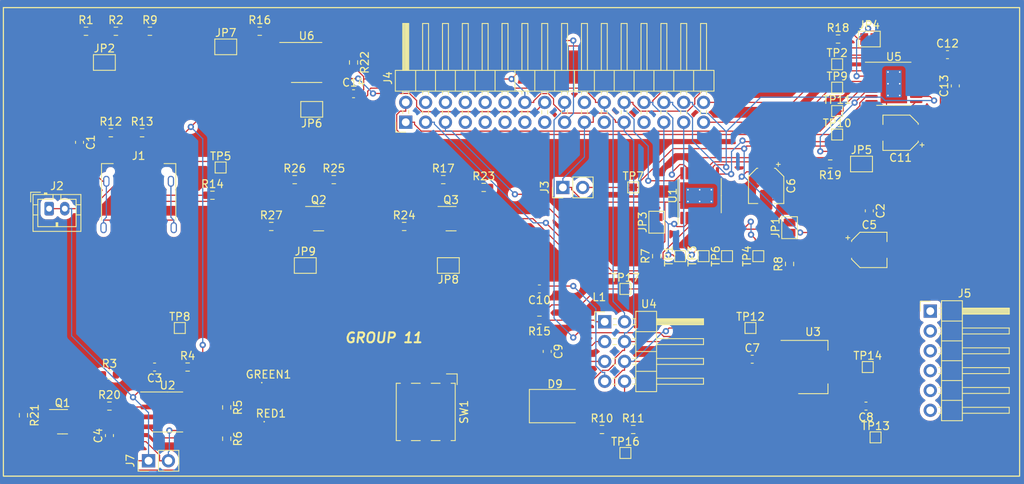
<source format=kicad_pcb>
(kicad_pcb (version 20221018) (generator pcbnew)
  (layers (0 "F.Cu" signal) (31 "B.Cu" signal) (34 "B.Paste" user) (35 "F.Paste" user) (36 "B.SilkS" user "B.Silkscreen") (37 "F.SilkS" user "F.Silkscreen") (38 "B.Mask" user) (39 "F.Mask" user) (44 "Edge.Cuts" user))
  (net 0 "")
  (net 1 "Net-(C1-Pad1)")
  (net 2 "Battery ")
  (net 3 "Net-(U1-VINT)")
  (net 4 "Net-(GREEN1-A)")
  (net 5 "Net-(J7-Pin_2)")
  (net 6 "VM")
  (net 7 "5V")
  (net 8 "3V3")
  (net 9 "Net-(D9-K)")
  (net 10 "Net-(U4-BST)")
  (net 11 "Net-(U4-VCC)")
  (net 12 "Net-(U5-VINT)")
  (net 13 "9V")
  (net 14 "Net-(GREEN1-K)")
  (net 17 "Net-(J1-CC1)")
  (net 25 "Net-(J1-CC2)")
  (net 31 "Net-(J1-SHIELD)")
  (net 32 "Motor2_B")
  (net 33 "Motor2_A")
  (net 34 "Motor4_A")
  (net 35 "PD12")
  (net 36 "Motor4_B")
  (net 37 "PD13")
  (net 38 "PD2")
  (net 39 "PD14")
  (net 40 "PD6")
  (net 41 "PD15")
  (net 42 "EXT_LOAD2_OUT")
  (net 43 "PD5")
  (net 44 "PB4")
  (net 45 "PD7")
  (net 46 "PB8")
  (net 47 "PB9")
  (net 48 "5V ")
  (net 49 "EXT_LOAD1_OUT ")
  (net 50 "PC6")
  (net 51 "PD11")
  (net 52 "PC7")
  (net 53 "Motor3_A")
  (net 54 "PC8")
  (net 55 "Motor3_B")
  (net 56 "PC9")
  (net 57 "Motor1_B")
  (net 58 "Motor1_A")
  (net 65 "Net-(JP1-A)")
  (net 66 "Net-(JP1-B)")
  (net 67 "Net-(JP2-A)")
  (net 68 "BATT_ADC")
  (net 69 "Net-(JP3-A)")
  (net 70 "Net-(JP3-B)")
  (net 71 "Net-(JP4-A)")
  (net 72 "Net-(JP4-B)")
  (net 73 "Net-(JP5-A)")
  (net 74 "Net-(JP5-B)")
  (net 75 "Net-(JP6-B)")
  (net 76 "Net-(JP7-B)")
  (net 77 "Net-(JP8-B)")
  (net 78 "Net-(JP9-B)")
  (net 79 "Net-(Q1-D)")
  (net 80 "Net-(Q2-G)")
  (net 81 "Net-(Q3-G)")
  (net 82 "BATT+")
  (net 83 "Net-(R2-Pad2)")
  (net 84 "Net-(U2-PROG)")
  (net 85 "Net-(U2-~{CHRG})")
  (net 86 "Net-(RED1-K)")
  (net 87 "Net-(U2-~{STDBY})")
  (net 88 "Net-(U4-FB)")
  (net 89 "Net-(U4-AAM)")
  (net 90 "Net-(U6-IN-)")
  (net 96 "Net-(U6-IN+)")
  (footprint "TestPoint:TestPoint_Pad_1.0x1.0mm" (layer "F.Cu") (at 173 82.8 90)
    (fp_text reference "TP6")
    (fp_text value "TestPoint")
  )
  (footprint "Resistor_SMD:R_0603_1608Metric" (layer "F.Cu") (at 125.225 58 -90)
    (fp_text reference "R22")
    (fp_text value "10")
  )
  (footprint "Package_SO:HTSSOP-16-1EP_4.4x5mm_P0.65mm_EP3.4x5mm_Mask2.46x2.31mm_ThermalVias" (layer "F.Cu") (at 194.3375 60.725)
    (fp_text reference "U5")
    (fp_text value "DRV8833PWP")
  )
  (footprint "Resistor_SMD:R_0603_1608Metric" (layer "F.Cu") (at 114.7 79)
    (fp_text reference "R27")
    (fp_text value "1k")
  )
  (footprint "Capacitor_SMD:C_0603_1608Metric" (layer "F.Cu") (at 202.2 61 90)
    (fp_text reference "C13")
    (fp_text value "10uF")
  )
  (footprint "TestPoint:TestPoint_Pad_1.0x1.0mm" (layer "F.Cu") (at 187.0875 58.225)
    (fp_text reference "TP2")
    (fp_text value "TestPoint")
  )
  (footprint "Package_SO:HTSSOP-16-1EP_4.4x5mm_P0.65mm_EP3.4x5mm_Mask2.46x2.31mm_ThermalVias" (layer "F.Cu") (at 169.5 75.05 90)
    (fp_text reference "U1")
    (fp_text value "DRV8833PWP")
  )
  (footprint "Capacitor_SMD:C_0603_1608Metric" (layer "F.Cu") (at 150 95 -90)
    (fp_text reference "C9")
    (fp_text value "1u")
  )
  (footprint "Button_Switch_SMD:Nidec_Copal_SH-7010A" (layer "F.Cu") (at 134.46 102.75 -90)
    (fp_text reference "SW1")
    (fp_text value "SW_Push")
  )
  (footprint "Resistor_SMD:R_0603_1608Metric" (layer "F.Cu") (at 99.175 54)
    (fp_text reference "R9")
    (fp_text value "33")
  )
  (footprint "TestPoint:TestPoint_Pad_1.0x1.0mm" (layer "F.Cu") (at 176 92)
    (fp_text reference "TP12")
    (fp_text value "TestPoint")
  )
  (footprint "Resistor_SMD:R_0603_1608Metric" (layer "F.Cu") (at 164 82.8 90)
    (fp_text reference "R7")
    (fp_text value "1")
  )
  (footprint "Connector_PinHeader_2.54mm:PinHeader_1x02_P2.54mm_Vertical" (layer "F.Cu") (at 99 109 90)
    (fp_text reference "J7")
    (fp_text value "Conn_01x02_Pin")
  )
  (footprint "TestPoint:TestPoint_Pad_1.0x1.0mm" (layer "F.Cu") (at 160 87)
    (fp_text reference "TP17")
    (fp_text value "TestPoint")
  )
  (footprint "Capacitor_SMD:C_0603_1608Metric" (layer "F.Cu") (at 176.225 96)
    (fp_text reference "C7")
    (fp_text value "10u")
  )
  (footprint "Resistor_SMD:R_0603_1608Metric" (layer "F.Cu") (at 149 91 180)
    (fp_text reference "R15")
    (fp_text value "100k")
  )
  (footprint "Jumper:SolderJumper-2_P1.3mm_Open_Pad1.0x1.5mm" (layer "F.Cu") (at 191.2 55)
    (fp_text reference "JP4")
    (fp_text value "SolderJumper_2_Open")
  )
  (footprint "TestPoint:TestPoint_Pad_1.0x1.0mm" (layer "F.Cu") (at 167 82.8 90)
    (fp_text reference "TP1")
    (fp_text value "TestPoint")
  )
  (footprint "Resistor_SMD:R_0603_1608Metric" (layer "F.Cu") (at 122.7 73)
    (fp_text reference "R25")
    (fp_text value "R_LIMIT")
  )
  (footprint "TestPoint:TestPoint_Pad_1.0x1.0mm" (layer "F.Cu") (at 192 106)
    (fp_text reference "TP13")
    (fp_text value "TestPoint")
  )
  (footprint "Resistor_SMD:R_0603_1608Metric" (layer "F.Cu") (at 94 98)
    (fp_text reference "R3")
    (fp_text value "5.6k")
  )
  (footprint "TestPoint:TestPoint_Pad_1.0x1.0mm" (layer "F.Cu") (at 103 92)
    (fp_text reference "TP8")
    (fp_text value "TestPoint")
  )
  (footprint "Capacitor_SMD:C_0603_1608Metric" (layer "F.Cu") (at 94 105.775 90)
    (fp_text reference "C4")
    (fp_text value "10uF")
  )
  (footprint "Resistor_SMD:R_0603_1608Metric" (layer "F.Cu") (at 187.2 55)
    (fp_text reference "R18")
    (fp_text value "1")
  )
  (footprint "LED_SMD:LED_0201_0603Metric" (layer "F.Cu") (at 114.655 104)
    (fp_text reference "RED1")
    (fp_text value "LED")
  )
  (footprint "Resistor_SMD:R_0603_1608Metric" (layer "F.Cu") (at 94.175 67)
    (fp_text reference "R12")
    (fp_text value "1M")
  )
  (footprint "Jumper:SolderJumper-2_P1.3mm_Open_Pad1.0x1.5mm" (layer "F.Cu") (at 137.35 84 180)
    (fp_text reference "JP8")
    (fp_text value "SolderJumper_2_Open")
  )
  (footprint "Connector_PinHeader_2.54mm:PinHeader_1x02_P2.54mm_Vertical" (layer "F.Cu") (at 152 74 90)
    (fp_text reference "J3")
    (fp_text value "Conn_01x02_Pin")
  )
  (footprint "Jumper:SolderJumper-2_P1.3mm_Open_Pad1.0x1.5mm" (layer "F.Cu") (at 164 78.45 90)
    (fp_text reference "JP3")
    (fp_text value "SolderJumper_2_Open")
  )
  (footprint "TestPoint:TestPoint_Pad_1.0x1.0mm" (layer "F.Cu") (at 170 82.8 90)
    (fp_text reference "TP3")
    (fp_text value "TestPoint")
  )
  (footprint "TestPoint:TestPoint_Pad_1.0x1.0mm" (layer "F.Cu") (at 187.0875 64.225)
    (fp_text reference "TP11")
    (fp_text value "TestPoint")
  )
  (footprint "Jumper:SolderJumper-2_P1.3mm_Open_Pad1.0x1.5mm" (layer "F.Cu") (at 190.2 71)
    (fp_text reference "JP5")
    (fp_text value "SolderJumper_2_Open")
  )
  (footprint "Capacitor_SMD:C_0603_1608Metric" (layer "F.Cu") (at 90.175 68.225 -90)
    (fp_text reference "C1")
    (fp_text value "10u")
  )
  (footprint "TestPoint:TestPoint_Pad_1.0x1.0mm" (layer "F.Cu") (at 191 97)
    (fp_text reference "TP14")
    (fp_text value "TestPoint")
  )
  (footprint "Package_SO:SOIC-8_3.9x4.9mm_P1.27mm" (layer "F.Cu") (at 119.225 58)
    (fp_text reference "U6")
    (fp_text value "INA219AxD")
  )
  (footprint "Capacitor_SMD:C_0603_1608Metric" (layer "F.Cu") (at 191.2 77 -90)
    (fp_text reference "C2")
    (fp_text value "2.2uF")
  )
  (footprint "Resistor_SMD:R_0603_1608Metric" (layer "F.Cu") (at 186.2 71 180)
    (fp_text reference "R19")
    (fp_text value "0.39")
  )
  (footprint "Connector_PinHeader_2.54mm:PinHeader_1x06_P2.54mm_Horizontal" (layer "F.Cu") (at 199 89.84)
    (fp_text reference "J5")
    (fp_text value "B6B-PH-K-S_LF__SN_")
  )
  (footprint "Capacitor_SMD:C_0603_1608Metric" (layer "F.Cu") (at 190.775 102 180)
    (fp_text reference "C8")
    (fp_text value "22u")
  )
  (footprint "Capacitor_SMD:C_0603_1608Metric" (layer "F.Cu") (at 125.225 62)
    (fp_text reference "C14")
    (fp_text value "0.1u")
  )
  (footprint "Resistor_SMD:R_0603_1608Metric" (layer "F.Cu") (at 109 102.175 -90)
    (fp_text reference "R5")
    (fp_text value "1k")
  )
  (footprint "Jumper:SolderJumper-2_P1.3mm_Open_Pad1.0x1.5mm" (layer "F.Cu") (at 119.05 84)
    (fp_text reference "JP9")
    (fp_text value "SolderJumper_2_Open")
  )
  (footprint "Capacitor_SMD:C_0603_1608Metric" (layer "F.Cu") (at 99.775 97 180)
    (fp_text reference "C3")
    (fp_text value "100nF")
  )
  (footprint "Resistor_SMD:R_0603_1608Metric" (layer "F.Cu") (at 131.7 79)
    (fp_text reference "R24")
    (fp_text value "1k")
  )
  (footprint "Resistor_SMD:R_0603_1608Metric" (layer "F.Cu") (at 117.7 73)
    (fp_text reference "R26")
    (fp_text value "10K")
  )
  (footprint "Diode_SMD:D_2114_3652Metric" (layer "F.Cu") (at 151 102)
    (fp_text reference "D9")
    (fp_text value "D_Schottky")
  )
  (footprint "Connector_JST:JST_PH_B2B-PH-K_1x02_P2.00mm_Vertical" (layer "F.Cu") (at 86.285 76.72)
    (fp_text reference "J2")
    (fp_text value "Battery")
  )
  (footprint "Resistor_SMD:R_0603_1608Metric" (layer "F.Cu") (at 109 106.175 -90)
    (fp_text reference "R6")
    (fp_text value "1k")
  )
  (footprint "Resistor_SMD:R_0603_1608Metric" (layer "F.Cu") (at 94 102)
    (fp_text reference "R20")
    (fp_text value "3.3k")
  )
  (footprint "Jumper:SolderJumper-2_P1.3mm_Open_Pad1.0x1.5mm" (layer "F.Cu") (at 108.875 56)
    (fp_text reference "JP7")
    (fp_text value "SolderJumper_2_Open")
  )
  (footprint "Resistor_SMD:R_0603_1608Metric" (layer "F.Cu") (at 104 97)
    (fp_text reference "R4")
    (fp_text value "0.4")
  )
  (footprint "Resistor_SMD:R_0603_1608Metric" (layer "F.Cu") (at 161 105)
    (fp_text reference "R11")
    (fp_text value "33k")
  )
  (footprint "Resistor_SMD:R_0603_1608Metric" (layer "F.Cu") (at 94.825 54)
    (fp_text reference "R2")
    (fp_text value "220")
  )
  (footprint "Connector_PinHeader_2.54mm:PinHeader_2x16_P2.54mm_Horizontal" (layer "F.Cu") (at 131.9 65.65 90)
    (fp_text reference "J4")
    (fp_text value "Conn_02x16_Odd_Even")
  )
  (footprint "Package_TO_SOT_SMD:SOT-23" (layer "F.Cu") (at 88 104)
    (fp_text reference "Q1")
    (fp_text value "IRLML6402")
  )
  (footprint "LED_SMD:LED_0201_0603Metric" (layer "F.Cu") (at 114.345 99)
    (fp_text reference "GREEN1")
    (fp_text value "LED")
  )
  (footprint "Package_TO_SOT_SMD:SOT-23" (layer "F.Cu") (at 137.7 78)
    (fp_text reference "Q3")
    (fp_text value "IRLML6402")
  )
  (footprint "Package_TO_SOT_SMD:SOT-223-3_TabPin2" (layer "F.Cu") (at 184 97)
    (fp_text reference "U3")
    (fp_text value "AMS1117")
  )
  (footprint "Capacitor_SMD:CP_Elec_4x3" (layer "F.Cu") (at 195.2 67 180)
    (fp_text reference "C11")
    (fp_text value "0.01uF")
  )
  (footprint "Resistor_SMD:R_0603_1608Metric" (layer "F.Cu") (at 141.875 74)
    (fp_text reference "R23")
    (fp_text value "R_LIMIT")
  )
  (footprint "Jumper:SolderJumper-2_P1.3mm_Open_Pad1.0x1.5mm" (layer "F.Cu") (at 93.35 58)
    (fp_text reference "JP2")
    (fp_text value "SolderJumper_2_Open")
  )
  (footprint "Connector_PinHeader_2.54mm:PinHeader_2x04_P2.54mm_Horizontal" (layer "F.Cu") (at 157.35 91.2)
    (property "VALUE" "MP2315GJ")
    (fp_text reference "U4")
    (fp_text value "MP2315GJ")
  )
  (footprint "Resistor_SMD:R_0603_1608Metric" (layer "F.Cu") (at 83 103.175 -90)
    (fp_text reference "R21")
    (fp_text value "10k")
  )
  (footprint "TestPoint:TestPoint_Pad_1.0x1.0mm" (layer "F.Cu") (at 108.225 71.45)
    (fp_text reference "TP5")
    (fp_text value "TestPoint")
  )
  (footprint "TestPoint:TestPoint_Pad_1.0x1.0mm" (layer "F.Cu") (at 160 108)
    (fp_text reference "TP16")
    (fp_text value "TestPoint")
  )
  (footprint "Capacitor_SMD:C_0603_1608Metric" (layer "F.Cu") (at 149 87 180)
    (fp_text reference "C10")
    (fp_text value "1u")
  )
  (footprint "Capacitor_SMD:CP_Elec_4x3" (layer "F.Cu") (at 191.2 82)
    (fp_text reference "C5")
    (fp_text value "10uF")
  )
  (footprint "Capacitor_SMD:C_0603_1608Metric" (layer "F.Cu") (at 201.2 57)
    (fp_text reference "C12")
    (fp_text value "2.2uF")
  )
  (footprint "TestPoint:TestPoint_Pad_1.0x1.0mm" (layer "F.Cu") (at 161 74)
    (fp_text reference "TP7")
    (fp_text value "TestPoint")
  )
  (footprint "Resistor_SMD:R_0603_1608Metric" (layer "F.Cu") (at 136.7 73)
    (fp_text reference "R17")
    (fp_text value "10K")
  )
  (footprint "TestPoint:TestPoint_Pad_1.0x1.0mm" (layer "F.Cu") (at 187.0875 61.225)
    (fp_text reference "TP9")
    (fp_text value "TestPoint")
  )
  (footprint "Jumper:SolderJumper-2_P1.3mm_Open_Pad1.0x1.5mm" (layer "F.Cu") (at 181 79.15 90)
    (fp_text reference "JP1")
    (fp_text value "SolderJumper_2_Open")
  )
  (footprint "Connector_USB:USB_C_Receptacle_Amphenol_12401610E4-2A" (layer "F.Cu") (at 97.735 76.32)
    (fp_text reference "J1")
    (fp_text value "USB_C_Receptacle")
  )
  (footprint "Resistor_SMD:R_0603_1608Metric" (layer "F.Cu") (at 98.175 67)
    (fp_text reference "R13")
    (fp_text value "5.1k")
  )
  (footprint "Package_SO:SOIC-8-1EP_3.9x4.9mm_P1.27mm_EP2.29x3mm" (layer "F.Cu") (at 101.43 102.75)
    (fp_text reference "U2")
    (fp_text value "TP4056")
  )
  (footprint "Jumper:SolderJumper-2_P1.3mm_Open_Pad1.0x1.5mm" (layer "F.Cu") (at 119.875 64 180)
    (fp_text reference "JP6")
    (fp_text value "SolderJumper_2_Open")
  )
  (footprint "Resistor_SMD:R_0603_1608Metric" (layer "F.Cu") (at 113.225 54)
    (fp_text reference "R16")
    (fp_text value "1k")
  )
  (footprint "Capacitor_SMD:CP_Elec_4x3" (layer "F.Cu") (at 178 73.8 -90)
    (fp_text reference "C6")
    (fp_text value "0.01uF")
  )
  (footprint "Resistor_SMD:R_0603_1608Metric" (layer "F.Cu") (at 107.175 75)
    (fp_text reference "R14")
    (fp_text value "5.1k")
  )
  (footprint "Package_TO_SOT_SMD:SOT-23" (layer "F.Cu") (at 120.7625 78)
    (fp_text reference "Q2")
    (fp_text value "IRLML6402")
  )
  (footprint "Resistor_SMD:R_0603_1608Metric" (layer "F.Cu") (at 157 105)
    (fp_text reference "R10")
    (fp_text value "100k")
  )
  (footprint "Resistor_SMD:R_0603_1608Metric" (layer "F.Cu") (at 181 83.8 90)
    (fp_text reference "R8")
    (fp_text value "0.39")
  )
  (footprint "Inductor_SMD:L_0201_0603Metric" (layer "F.Cu") (at 156.655 87 180)
    (fp_text reference "L1")
    (fp_text value "4.7u")
  )
  (footprint "Resistor_SMD:R_0603_1608Metric" (layer "F.Cu") (at 91 54)
    (fp_text reference "R1")
    (fp_text value "1.2k")
  )
  (footprint "TestPoint:TestPoint_Pad_1.0x1.0mm" (layer "F.Cu") (at 187.0875 67.225)
    (fp_text reference "TP10")
    (fp_text value "TestPoint")
  )
  (footprint "TestPoint:TestPoint_Pad_1.0x1.0mm" (layer "F.Cu") (at 177 82.8 90)
    (fp_text reference "TP4")
    (fp_text value "TestPoint")
  )
  (gr_rect (start 80.4344 50.975) (end 210.4256 110.9698) (stroke (width 0.15)) (fill none) (layer "F.SilkS"))
  (gr_text "GROUP 11" (at 124 94) (layer "F.SilkS") (effects (font (size 1.27 1.27) (thickness 0.254) bold italic) (justify left bottom)))
  (segment (start 94.2142 67.7858) (end 95 67) (width 0.15) (layer "F.Cu") (net 1))
  (segment (start 90.5108 67.7858) (end 94.2142 67.7858) (width 0.15) (layer "F.Cu") (net 1))
  (segment (start 90.175 67.45) (end 90.5108 67.7858) (width 0.15) (layer "F.Cu") (net 1))
  (segment (start 108.225 74.775) (end 108.225 71.45) (width 0.15) (layer "F.Cu") (net 2))
  (segment (start 193.4 67) (end 193.4 62.4125) (width 0.15) (layer "F.Cu") (net 2))
  (segment (start 153.1269 74) (end 153.1269 74.2817) (width 0.15) (layer "F.Cu") (net 2))
  (segment (start 159.6565 94.8669) (end 159.89 94.8669) (width 0.15) (layer "F.Cu") (net 2))
  (segment (start 155.8869 65.65) (end 155.8869 64.4836) (width 0.15) (layer "F.Cu") (net 2))
  (segment (start 93.2272 105.7728) (end 93.2272 106.9852) (width 0.15) (layer "F.Cu") (net 2))
  (segment (start 98.955 103.385) (end 95.615 103.385) (width 0.15) (layer "F.Cu") (net 2))
  (segment (start 94.1928 69) (end 96.9841 66.2087) (width 0.15) (layer "F.Cu") (net 2))
  (segment (start 165.0493 80.9257) (end 165.0493 75.883) (width 0.15) (layer "F.Cu") (net 2))
  (segment (start 140.75 87) (end 138.7769 85.0269) (width 0.15) (layer "F.Cu") (net 2))
  (segment (start 94.735 73.6269) (end 96.8908 75.7827) (width 0.15) (layer "F.Cu") (net 2))
  (segment (start 118.4 84) (end 117.6231 84) (width 0.15) (layer "F.Cu") (net 2))
  (segment (start 115.2475 77.6275) (end 120.5896 77.6275) (width 0.15) (layer "F.Cu") (net 2))
  (segment (start 165.0493 75.883) (end 167.917 75.883) (width 0.15) (layer "F.Cu") (net 2))
  (segment (start 171 74.3) (end 169.5 74.3) (width 0.15) (layer "F.Cu") (net 2))
  (segment (start 93.95 104.95) (end 94 105) (width 0.15) (layer "F.Cu") (net 2))
  (segment (start 88.285 76.72) (end 91.6419 76.72) (width 0.15) (layer "F.Cu") (net 2))
  (segment (start 113.875 79) (end 115.2475 77.6275) (width 0.15) (layer "F.Cu") (net 2))
  (segment (start 93.2272 106.9852) (end 95.242 109) (width 0.15) (layer "F.Cu") (net 2))
  (segment (start 178 75.6) (end 171.2 75.6) (width 0.15) (layer "F.Cu") (net 2))
  (segment (start 94.735 73) (end 94.735 73.6269) (width 0.15) (layer "F.Cu") (net 2))
  (segment (start 100.485 72.1231) (end 100.235 72.3731) (width 0.15) (layer "F.Cu") (net 2))
  (segment (start 95.615 103.385) (end 94 105) (width 0.15) (layer "F.Cu") (net 2))
  (segment (start 153.1875 101.3189) (end 157.0804 97.426) (width 0.15) (layer "F.Cu") (net 2))
  (segment (start 195.0875 59.225) (end 193.5875 59.225) (width 0.15) (layer "F.Cu") (net 2))
  (segment (start 98.955 100.845) (end 98 99.89) (width 0.15) (layer "F.Cu") (net 2))
  (segment (start 151.0222 104.1653) (end 153.1875 102) (width 0.15) (layer "F.Cu") (net 2))
  (segment (start 192.6241 82) (end 191.5274 83.0967) (width 0.15) (layer "F.Cu") (net 2))
  (segment (start 125.225 58.825) (end 125.035 58.635) (width 0.15) (layer "F.Cu") (net 2))
  (segment (start 115.7479 59.2125) (end 117.7521 59.2125) (width 0.15) (layer "F.Cu") (net 2))
  (segment (start 188.2714 56.1322) (end 188.025 55.8858) (width 0.15) (layer "F.Cu") (net 2))
  (segment (start 116.3291 54) (end 118.0263 55.6972) (width 0.15) (layer "F.Cu") (net 2))
  (segment (start 169.175 73.975) (end 169.5 74.3) (width 0.15) (layer "F.Cu") (net 2))
  (segment (start 179.2731 98.2731) (end 177 96) (width 0.15) (layer "F.Cu") (net 2))
  (segment (start 129.2521 77.3771) (end 130.875 79) (width 0.15) (layer "F.Cu") (net 2))
  (segment (start 158.7131 65.4165) (end 158.7131 65.65) (width 0.15) (layer "F.Cu") (net 2))
  (segment (start 95.242 109) (end 99 109) (width 0.15) (layer "F.Cu") (net 2))
  (segment (start 202.025 60.4) (end 197.2 60.4) (width 0.15) (layer "F.Cu") (net 2))
  (segment (start 126.5167 60.1167) (end 145.4311 60.1167) (width 0.15) (layer "F.Cu") (net 2))
  (segment (start 131.92 104.4731) (end 133.5538 104.4731) (width 0.15) (layer "F.Cu") (net 2))
  (segment (start 187.1005 102) (end 183.3736 98.2731) (width 0.15) (layer "F.Cu") (net 2))
  (segment (start 150.1468 61.9831) (end 149.2132 61.9831) (width 0.15) (layer "F.Cu") (net 2))
  (segment (start 126.5167 59.8052) (end 125.5365 58.825) (width 0.15) (layer "F.Cu") (net 2))
  (segment (start 94 105) (end 93.2272 105.7728) (width 0.15) (layer "F.Cu") (net 2))
  (segment (start 131.92 106) (end 131.92 104.4731) (width 0.15) (layer "F.Cu") (net 2))
  (segment (start 113.875 79) (end 109.875 75) (width 0.15) (layer "F.Cu") (net 2))
  (segment (start 88.285 76.72) (end 86.285 76.72) (width 0.15) (layer "F.Cu") (net 2))
  (segment (start 149.662 55.8858) (end 145.4311 60.1167) (width 0.15) (layer "F.Cu") (net 2))
  (segment (start 137 101.0269) (end 140.1384 104.1653) (width 0.15) (layer "F.Cu") (net 2))
  (segment (start 193.4 62.4125) (end 193.5875 62.225) (width 0.15) (layer "F.Cu") (net 2))
  (segment (start 157.7802 64.4836) (end 158.7131 65.4165) (width 0.15) (layer "F.Cu") (net 2))
  (segment (start 125.035 58.635) (end 121.7 58.635) (width 0.15) (layer "F.Cu") (net 2))
  (segment (start 98 98) (end 98 99.89) (width 0.15) (layer "F.Cu") (net 2))
  (segment (start 193 82) (end 192.6241 82) (width 0.15) (layer "F.Cu") (net 2))
  (segment (start 148.267 62.9293) (end 148.267 63.11) (width 0.15) (layer "F.Cu") (net 2))
  (segment (start 169.175 72.1875) (end 169.175 73.975) (width 0.15) (layer "F.Cu") (net 2))
  (segment (start 169.5 75.05) (end 170.25 75.05) (width 0.15) (layer "F.Cu") (net 2))
  (segment (start 117.6231 84) (end 117.6231 82.7481) (width 0.15) (layer "F.Cu") (net 2))
  (segment (start 137 99.5) (end 137 101.0269) (width 0.15) (layer "F.Cu") (net 2))
  (segment (start 148.175 91) (end 143.9731 91) (width 0.15) (layer "F.Cu") (net 2))
  (segment (start 83 104) (end 86.1125 104) (width 0.15) (layer "F.Cu") (net 2))
  (segment (start 114.05 54) (end 116.3291 54) (width 0.15) (layer "F.Cu") (net 2))
  (segment (start 181.1217 83.0967) (end 181 82.975) (width 0.15) (layer "F.Cu") (net 2))
  (segment (start 113.294 53.244) (end 114.05 54) (width 0.15) (layer "F.Cu") (net 2))
  (segment (start 157.0804 97.426) (end 157.8035 97.426) (width 0.15) (layer "F.Cu") (net 2))
  (segment (start 188.025 55.8858) (end 149.662 55.8858) (width 0.15) (layer "F.Cu") (net 2))
  (segment (start 152 74) (end 153.1269 74) (width 0.15) (layer "F.Cu") (net 2))
  (segment (start 96.9841 66.2087) (end 98.2087 66.2087) (width 0.15) (layer "F.Cu") (net 2))
  (segment (start 118.0263 57.7282) (end 117.697 58.0575) (width 0.15) (layer "F.Cu") (net 2))
  (segment (start 137 99.5) (end 137 97.9731) (width 0.15) (layer "F.Cu") (net 2))
  (segment (start 191.5274 83.0967) (end 181.1217 83.0967) (width 0.15) (layer "F.Cu") (net 2))
  (segment (start 195.0875 62.225) (end 193.5875 62.225) (width 0.15) (layer "F.Cu") (net 2))
  (segment (start 187 105) (end 161.825 105) (width 0.15) (layer "F.Cu") (net 2))
  (segment (start 126 62) (end 126.5167 61.4833) (width 0.15) (layer "F.Cu") (net 2))
  (segment (start 100.235 72.6925) (end 100.235 72.3731) (width 0.15) (layer "F.Cu") (net 2))
  (segment (start 91.6419 76.72) (end 94.735 73.6269) (width 0.15) (layer "F.Cu") (net 2))
  (segment (start 150.8069 63.3436) (end 150.8069 62.6432) (width 0.15) (layer "F.Cu") (net 2))
  (segment (start 94.985 71.9269) (end 94.985 72.1231) (width 0.15) (layer "F.Cu") (net 2))
  (segment (start 138.7769 85.0269) (end 118.4 85.0269) (width 0.15) (layer "F.Cu") (net 2))
  (segment (start 120.84 77.3771) (end 129.2521 77.3771) (width 0.15) (layer "F.Cu") (net 2))
  (segment (start 94.1928 69.8809) (end 94.985 70.6731) (width 0.15) (layer "F.Cu") (net 2))
  (segment (start 195.0875 60.725) (end 194.3375 60.725) (width 0.15) (layer "F.Cu") (net 2))
  (segment (start 201.975 57) (end 201.1072 56.1322) (width 0.15) (layer "F.Cu") (net 2))
  (segment (start 94.985 71.3) (end 94.985 71.9269) (width 0.15) (layer "F.Cu") (net 2))
  (segment (start 155.8869 64.4836) (end 151.9469 64.4836) (width 0.15) (layer "F.Cu") (net 2))
  (segment (start 161.0169 93.74) (end 176.04 93.74) (width 0.15) (layer "F.Cu") (net 2))
  (segment (start 140.1384 104.1653) (end 151.0222 104.1653) (width 0.15) (layer "F.Cu") (net 2))
  (segment (start 94.735 73) (end 94.735 72.3731) (width 0.15) (layer "F.Cu") (net 2))
  (segment (start 190 102) (end 187 105) (width 0.15) (layer "F.Cu") (net 2))
  (segment (start 98 98) (end 99 97) (width 0.15) (layer "F.Cu") (net 2))
  (segment (start 138.7769 85.0269) (end 138.7769 84) (width 0.15) (layer "F.Cu") (net 2))
  (segment (start 202.2 60.225) (end 201.975 60) (width 0.15) (layer "F.Cu") (net 2))
  (segment (start 149.2132 61.9831) (end 148.267 62.9293) (width 0.15) (layer "F.Cu") (net 2))
  (segment (start 150.8069 62.6432) (end 150.1468 61.9831) (width 0.15) (layer "F.Cu") (net 2))
  (segment (start 148.225 87) (end 140.75 87) (width 0.15) (layer "F.Cu") (net 2))
  (segment (start 147.14 63.11) (end 148.2669 63.11) (width 0.15) (layer "F.Cu") (net 2))
  (segment (start 126.5167 61.4833) (end 126.5167 60.1167) (width 0.15) (layer "F.Cu") (net 2))
  (segment (start 158.6937 96.5358) (end 158.6937 95.8297) (width 0.15) (layer "F.Cu") (net 2))
  (segment (start 202.2 60.225) (end 202.025 60.4) (width 0.15) (layer "F.Cu") (net 2))
  (segment (start 183.3736 98.2731) (end 179.2731 98.2731) (width 0.15) (layer "F.Cu") (net 2))
  (segment (start 192.6241 82) (end 192.6241 79.1991) (width 0.15) (layer "F.Cu") (net 2))
  (segment (start 190 102) (end 187.1005 102) (width 0.15) (layer "F.Cu") (net 2))
  (segment (start 180.775 75.6) (end 178 75.6) (width 0.15) (layer "F.Cu") (net 2))
  (segment (start 126.5167 60.1167) (end 126.5167 59.8052) (width 0.15) (layer "F.Cu") (net 2))
  (segment (start 201.1072 56.1322) (end 188.2714 56.1322) (width 0.15) (layer "F.Cu") (net 2))
  (segment (start 201.975 60) (end 201.975 57) (width 0.15) (layer "F.Cu") (net 2))
  (segment (start 117.697 58.0575) (end 115.7479 58.0575) (width 0.15) (layer "F.Cu") (net 2))
  (segment (start 120.5896 77.6275) (end 120.84 77.3771) (width 0.15) (layer "F.Cu") (net 2))
  (segment (start 193.5875 60.725) (end 194.3375 60.725) (width 0.15) (layer "F.Cu") (net 2))
  (segment (start 154.76 65.65) (end 155.8869 65.65) (width 0.15) (layer "F.Cu") (net 2))
  (segment (start 155.8869 64.4836) (end 157.7802 64.4836) (width 0.15) (layer "F.Cu") (net 2))
  (segment (start 154.7282 75.883) (end 165.0493 75.883) (width 0.15) (layer "F.Cu") (net 2))
  (segment (start 100.485 71.3) (end 100.485 72.1231) (width 0.15) (layer "F.Cu") (net 2))
  (segment (start 97.9954 99.89) (end 97.019 100.8664) (width 0.15) (layer "F.Cu") (net 2))
  (segment (start 87.0625 104.95) (end 93.95 104.95) (width 0.15) (layer "F.Cu") (net 2))
  (segment (start 169.5 75.8) (end 168 75.8) (width 0.15) (layer "F.Cu") (net 2))
  (segment (start 177 94.7) (end 177 96) (width 0.15) (layer "F.Cu") (net 2))
  (segment (start 148.225 90.95) (end 148.225 87) (width 0.15) (layer "F.Cu") (net 2))
  (segment (start 133.5538 104.4731) (end 137 101.0269) (width 0.15) (layer "F.Cu") (net 2))
  (segment (start 192.6241 79.1991) (end 191.2 77.775) (width 0.15) (layer "F.Cu") (net 2))
  (segment (start 100.485 71.3) (end 100.485 70.6731) (width 0.15) (layer "F.Cu") (net 2))
  (segment (start 153.1269 74.2817) (end 154.7282 75.883) (width 0.15) (layer "F.Cu") (net 2))
  (segment (start 164 81.975) (end 165.0493 80.9257) (width 0.15) (layer "F.Cu") (net 2))
  (segment (start 118.4 84) (end 118.4 85.0269) (width 0.15) (layer "F.Cu") (net 2))
  (segment (start 100.235 72.6925) (end 100.235 73) (width 0.15) (layer "F.Cu") (net 2))
  (segment (start 94.985 71.3) (end 94.985 70.6731) (width 0.15) (layer "F.Cu") (net 2))
  (segment (start 184.9 71.475) (end 191.2 77.775) (width 0.15) (layer "F.Cu") (net 2))
  (segment (start 167.917 75.883) (end 168 75.8) (width 0.15) (layer "F.Cu") (net 2))
  (segment (start 159.84 65.65) (end 158.7131 65.65) (width 0.15) (layer "F.Cu") (net 2))
  (segment (start 138 84) (end 138.7769 84) (width 0.15) (layer "F.Cu") (net 2))
  (segment (start 96.8908 75.7827) (end 107.2173 75.7827) (width 0.15) (layer "F.Cu") (net 2))
  (segment (start 115.7479 58.0575) (end 115.4975 58.3079) (width 0.15) (layer "F.Cu") (net 2))
  (segment (start 159.89 93.74) (end 161.0169 93.74) (width 0.15) (layer "F.Cu") (net 2))
  (segment (start 197.2 60.4) (end 195.4125 60.4) (width 0.15) (layer "F.Cu") (net 2))
  (segment (start 143.9731 91) (end 137 97.9731) (width 0.15) (layer "F.Cu") (net 2))
  (segment (start 158.6937 95.8297) (end 159.6565 94.8669) (width 0.15) (layer "F.Cu") (net 2))
  (segment (start 153.1875 102) (end 153.1875 101.3189) (width 0.15) (layer "F.Cu") (net 2))
  (segment (start 94.1928 69) (end 94.1928 69.8809) (width 0.15) (layer "F.Cu") (net 2))
  (segment (start 100.756 53.244) (end 113.294 53.244) (width 0.15) (layer "F.Cu") (net 2))
  (segment (start 117.7521 59.2125) (end 118.3296 58.635) (width 0.15) (layer "F.Cu") (net 2))
  (segment (start 188.025 55.8858) (end 188.025 55) (width 0.15) (layer "F.Cu") (net 2))
  (segment (start 177 94.7) (end 179.5731 94.7) (width 0.15) (layer "F.Cu") (net 2))
  (segment (start 94.825 98) (end 98 98) (width 0.15) (layer "F.Cu") (net 2))
  (segment (start 108.225 71.45) (end 107.4481 71.45) (width 0.15) (layer "F.Cu") (net 2))
  (segment (start 115.4975 58.9621) (end 115.7479 59.2125) (width 0.15) (layer "F.Cu") (net 2))
  (segment (start 98.2087 66.2087) (end 99 67) (width 0.15) (layer "F.Cu") (net 2))
  (segment (start 117.6231 82.7481) (end 113.875 79) (width 0.15) (layer "F.Cu") (net 2))
  (segment (start 184.9 71.475) (end 180.775 75.6) (width 0.15) (layer "F.Cu") (net 2))
  (segment (start 170.25 75.05) (end 171 75.8) (width 0.15) (layer "F.Cu") (net 2))
  (segment (start 86.1125 104) (end 87.0625 104.95) (width 0.15) (layer "F.Cu") (net 2))
  (segment (start 107.2173 75.7827) (end 108 75) (width 0.15) (layer "F.Cu") (net 2))
  (segment (start 100.485 70.6731) (end 106.6712 70.6731) (width 0.15) (layer "F.Cu") (net 2))
  (segment (start 115.4975 58.3079) (end 115.4975 58.9621) (width 0.15) (layer "F.Cu") (net 2))
  (segment (start 171.2 75.6) (end 171 75.8) (width 0.15) (layer "F.Cu") (net 2))
  (segment (start 94.985 72.1231) (end 94.735 72.3731) (width 0.15) (layer "F.Cu") (net 2))
  (segment (start 125.5365 58.825) (end 125.225 58.825) (width 0.15) (layer "F.Cu") (net 2))
  (segment (start 106.6712 70.6731) (end 107.4481 71.45) (width 0.15) (layer "F.Cu") (net 2))
  (segment (start 185.375 71) (end 184.9 71.475) (width 0.15) (layer "F.Cu") (net 2))
  (segment (start 109.875 75) (end 108 75) (width 0.15) (layer "F.Cu") (net 2))
  (segment (start 180.85 94.7) (end 179.5731 94.7) (width 0.15) (layer "F.Cu") (net 2))
  (segment (start 148.267 63.11) (end 148.2669 63.11) (width 0.15) (layer "F.Cu") (net 2))
  (segment (start 98 99.89) (end 97.9954 99.89) (width 0.15) (layer "F.Cu") (net 2))
  (segment (start 100 54) (end 100.756 53.244) (width 0.15) (layer "F.Cu") (net 2))
  (segment (start 176.04 93.74) (end 177 94.7) (width 0.15) (layer "F.Cu") (net 2))
  (segment (start 118.0263 55.6972) (end 118.0263 57.7282) (width 0.15) (layer "F.Cu") (net 2))
  (segment (start 108 75) (end 108.225 74.775) (width 0.15) (layer "F.Cu") (net 2))
  (segment (start 148.175 91) (end 148.225 90.95) (width 0.15) (layer "F.Cu") (net 2))
  (segment (start 159.89 93.74) (end 159.89 94.8669) (width 0.15) (layer "F.Cu") (net 2))
  (segment (start 151.9469 64.4836) (end 150.8069 63.3436) (width 0.15) (layer "F.Cu") (net 2))
  (segment (start 157.8035 97.426) (end 158.6937 96.5358) (width 0.15) (layer "F.Cu") (net 2))
  (segment (start 195.4125 60.4) (end 195.0875 60.725) (width 0.15) (layer "F.Cu") (net 2))
  (segment (start 118.3296 58.635) (end 121.7 58.635) (width 0.15) (layer "F.Cu") (net 2))
  (segment (start 90.175 69) (end 94.1928 69) (width 0.15) (layer "F.Cu") (net 2))
  (via (at 97.019 100.8664) (size 0.8) (drill 0.4) (layers "F.Cu" "B.Cu") (net 2))
  (via (at 145.4311 60.1167) (size 0.8) (drill 0.4) (layers "F.Cu" "B.Cu") (net 2))
  (segment (start 89.1619 93.0093) (end 97.019 100.8664) (width 0.15) (layer "B.Cu") (net 2))
  (segment (start 152 74) (end 152 72.8731) (width 0.15) (layer "B.Cu") (net 2))
  (segment (start 154.76 70.1131) (end 154.76 66.7769) (width 0.15) (layer "B.Cu") (net 2))
  (segment (start 159.84 65.65) (end 159.84 66.7769) (width 0.15) (layer "B.Cu") (net 2))
  (segment (start 89.1619 76.72) (end 89.1619 93.0093) (width 0.15) (layer "B.Cu") (net 2))
  (segment (start 154.76 65.65) (end 154.76 66.7769) (width 0.15) (layer "B.Cu") (net 2))
  (segment (start 169.5 75.8) (end 169.5 75.05) (width 0.15) (layer "B.Cu") (net 2))
  (segment (start 160.1717 92.6131) (end 161.0554 91.7294) (width 0.15) (layer "B.Cu") (net 2))
  (segment (start 147.14 61.8256) (end 147.14 63.11) (width 0.15) (layer "B.Cu") (net 2))
  (segment (start 193.5875 59.225) (end 193.5875 60.725) (width 0.15) (layer "B.Cu") (net 2))
  (segment (start 152 72.8731) (end 154.76 70.1131) (width 0.15) (layer "B.Cu") (net 2))
  (segment (start 169.5 74.3) (end 169.5 75.05) (width 0.15) (layer "B.Cu") (net 2))
  (segment (start 195.0875 62.225) (end 195.0875 60.725) (width 0.15) (layer "B.Cu") (net 2))
  (segment (start 159.89 92.6131) (end 160.1717 92.6131) (width 0.15) (layer "B.Cu") (net 2))
  (segment (start 99 102.8474) (end 99 109) (width 0.15) (layer "B.Cu") (net 2))
  (segment (start 161.0554 91.7294) (end 161.0554 67.9923) (width 0.15) (layer "B.Cu") (net 2))
  (segment (start 168 75.8) (end 168 74.3) (width 0.15) (layer "B.Cu") (net 2))
  (segment (start 161.0554 67.9923) (end 159.84 66.7769) (width 0.15) (layer "B.Cu") (net 2))
  (segment (start 194.3375 60.725) (end 193.5875 60.725) (width 0.15) (layer "B.Cu") (net 2))
  (segment (start 88.285 76.72) (end 89.1619 76.72) (width 0.15) (layer "B.Cu") (net 2))
  (segment (start 145.4311 60.1167) (end 147.14 61.8256) (width 0.15) (layer "B.Cu") (net 2))
  (segment (start 159.89 93.74) (end 159.89 92.6131) (width 0.15) (layer "B.Cu") (net 2))
  (segment (start 171 74.3) (end 171 75.8) (width 0.15) (layer "B.Cu") (net 2))
  (segment (start 97.019 100.8664) (end 99 102.8474) (width 0.15) (layer "B.Cu") (net 2))
  (segment (start 185.7901 70.1887) (end 169.8399 70.1887) (width 0.15) (layer "F.Cu") (net 3))
  (segment (start 186.3461 71.486) (end 186.3461 70.7447) (width 0.15) (layer "F.Cu") (net 3))
  (segment (start 191.2 76.225) (end 191.0851 76.225) (width 0.15) (layer "F.Cu") (net 3))
  (segment (start 186.3461 70.7447) (end 185.7901 70.1887) (width 0.15) (layer "F.Cu") (net 3))
  (segment (start 168.525 71.5036) (end 168.525 72.1875) (width 0.15) (layer "F.Cu") (net 3))
  (segment (start 191.0851 76.225) (end 186.3461 71.486) (width 0.15) (layer "F.Cu") (net 3))
  (segment (start 169.8399 70.1887) (end 168.525 71.5036) (width 0.15) (layer "F.Cu") (net 3))
  (segment (start 100.3705 106.0705) (end 98.955 104.655) (width 0.15) (layer "F.Cu") (net 4))
  (segment (start 103.175 97) (end 103 97) (width 0.15) (layer "F.Cu") (net 4))
  (segment (start 114.665 100.6196) (end 103.905 100.6196) (width 0.15) (layer "F.Cu") (net 4))
  (segment (start 103.175 99.8896) (end 103.905 100.6196) (width 0.15) (layer "F.Cu") (net 4))
  (segment (start 114.975 104.1236) (end 113.0281 106.0705) (width 0.15) (layer "F.Cu") (net 4))
  (segment (start 103 92) (end 103 92.7769) (width 0.15) (layer "F.Cu") (net 4))
  (segment (start 113.0281 106.0705) (end 100.3705 106.0705) (width 0.15) (layer "F.Cu") (net 4))
  (segment (start 103 92.7769) (end 103 97) (width 0.15) (layer "F.Cu") (net 4))
  (segment (start 114.665 100.6196) (end 114.975 100.9296) (width 0.15) (layer "F.Cu") (net 4))
  (segment (start 103.905 100.6196) (end 103.905 100.845) (width 0.15) (layer "F.Cu") (net 4))
  (segment (start 114.975 104) (end 114.975 104.1236) (width 0.15) (layer "F.Cu") (net 4))
  (segment (start 103.175 97) (end 103.175 99.8896) (width 0.15) (layer "F.Cu") (net 4))
  (segment (start 114.665 100.6196) (end 114.665 99) (width 0.15) (layer "F.Cu") (net 4))
  (segment (start 103 97) (end 100.55 97) (width 0.15) (layer "F.Cu") (net 4))
  (segment (start 114.975 100.9296) (end 114.975 104) (width 0.15) (layer "F.Cu") (net 4))
  (segment (start 101.54 109) (end 100.4131 109) (width 0.15) (layer "F.Cu") (net 5))
  (segment (start 100.4131 109) (end 100.4131 108.2957) (width 0.15) (layer "F.Cu") (net 5))
  (segment (start 100.4131 108.2957) (end 98.6674 106.55) (width 0.15) (layer "F.Cu") (net 5))
  (segment (start 101.6655 105.1227) (end 103.4373 105.1227) (width 0.15) (layer "F.Cu") (net 5))
  (segment (start 103.4373 105.1227) (end 103.905 104.655) (width 0.15) (layer "F.Cu") (net 5))
  (segment (start 98.6674 106.55) (end 94 106.55) (width 0.15) (layer "F.Cu") (net 5))
  (via (at 101.6655 105.1227) (size 0.8) (drill 0.4) (layers "F.Cu" "B.Cu") (net 5))
  (segment (start 101.54 107.8731) (end 101.6655 107.7476) (width 0.15) (layer "B.Cu") (net 5))
  (segment (start 101.6655 107.7476) (end 101.6655 105.1227) (width 0.15) (layer "B.Cu") (net 5))
  (segment (start 101.54 109) (end 101.54 107.8731) (width 0.15) (layer "B.Cu") (net 5))
  (segment (start 174.5747 72.9285) (end 175.5032 72) (width 0.15) (layer "F.Cu") (net 6))
  (segment (start 170.475 71.4843) (end 170.475 72.1875) (width 0.15) (layer "F.Cu") (net 6))
  (segment (start 175.5215 68.7056) (end 175.1944 69.0327) (width 0.15) (layer "F.Cu") (net 6))
  (segment (start 197.2 61.05) (end 197.2 61.7) (width 0.15) (layer "F.Cu") (net 6))
  (segment (start 176.7256 70.7256) (end 171.2337 70.7256) (width 0.15) (layer "F.Cu") (net 6))
  (segment (start 170.475 72.1875) (end 169.825 72.1875) (width 0.15) (layer "F.Cu") (net 6))
  (segment (start 175.5032 72) (end 178 72) (width 0.15) (layer "F.Cu") (net 6))
  (segment (start 161 74) (end 161.7769 74) (width 0.15) (layer "F.Cu") (net 6))
  (segment (start 175.1944 69.0327) (end 166.0809 69.0327) (width 0.15) (layer "F.Cu") (net 6))
  (segment (start 178 72) (end 176.7256 70.7256) (width 0.15) (layer "F.Cu") (net 6))
  (segment (start 166.0809 69.0327) (end 161.7769 73.3367) (width 0.15) (layer "F.Cu") (net 6))
  (segment (start 174.5747 72.9285) (end 174.8846 72.6186) (width 0.15) (layer "F.Cu") (net 6))
  (segment (start 200.2942 61.775) (end 200.2192 61.7) (width 0.15) (layer "F.Cu") (net 6))
  (segment (start 197 67) (end 200.2942 63.7058) (width 0.15) (layer "F.Cu") (net 6))
  (segment (start 187.1736 79.7736) (end 189.4 82) (width 0.15) (layer "F.Cu") (net 6))
  (segment (start 197 67) (end 195.2945 68.7055) (width 0.15) (layer "F.Cu") (net 6))
  (segment (start 200.2192 61.7) (end 197.2 61.7) (width 0.15) (layer "F.Cu") (net 6))
  (segment (start 175.5215 68.7055) (end 175.5215 68.7056) (width 0.15) (layer "F.Cu") (net 6))
  (segment (start 200.2942 61.775) (end 202.2 61.775) (width 0.15) (layer "F.Cu") (net 6))
  (segment (start 195.2945 68.7055) (end 175.5215 68.7055) (width 0.15) (layer "F.Cu") (net 6))
  (segment (start 182.3521 79.7736) (end 187.1736 79.7736) (width 0.15) (layer "F.Cu") (net 6))
  (segment (start 161.7769 73.3367) (end 161.7769 74) (width 0.15) (layer "F.Cu") (net 6))
  (segment (start 154.54 74) (end 161 74) (width 0.15) (layer "F.Cu") (net 6))
  (segment (start 200.2942 63.7058) (end 200.2942 61.775) (width 0.15) (layer "F.Cu") (net 6))
  (segment (start 171.2337 70.7256) (end 170.475 71.4843) (width 0.15) (layer "F.Cu") (net 6))
  (via (at 182.3521 79.7736) (size 0.8) (drill 0.4) (layers "F.Cu" "B.Cu") (net 6))
  (via (at 175.1944 69.0327) (size 0.8) (drill 0.4) (layers "F.Cu" "B.Cu") (net 6))
  (via (at 174.8846 72.6186) (size 0.8) (drill 0.4) (layers "F.Cu" "B.Cu") (net 6))
  (segment (start 174.5747 72.9285) (end 174.8846 72.6186) (width 0.15) (layer "B.Cu") (net 6))
  (segment (start 175.1944 72.6186) (end 175.1971 72.6186) (width 0.15) (layer "B.Cu") (net 6))
  (segment (start 175.1971 72.6186) (end 182.3521 79.7736) (width 0.15) (layer "B.Cu") (net 6))
  (segment (start 174.9156 72.6186) (end 175.1944 72.6186) (width 0.15) (layer "B.Cu") (net 6))
  (segment (start 174.5747 72.9285) (end 174.8846 72.6186) (width 0.15) (layer "B.Cu") (net 6))
  (segment (start 174.8846 72.6186) (end 174.9156 72.6186) (width 0.15) (layer "B.Cu") (net 6))
  (segment (start 175.1944 72.6186) (end 175.1944 69.0327) (width 0.15) (layer "B.Cu") (net 6))
  (segment (start 150.98 110.195) (end 156.175 105) (width 0.15) (layer "F.Cu") (net 7))
  (segment (start 159.6565 97.4069) (end 159.89 97.4069) (width 0.15) (layer "F.Cu") (net 7))
  (segment (start 158.62 102.555) (end 158.62 98.4434) (width 0.15) (layer "F.Cu") (net 7))
  (segment (start 83 102.35) (end 82.2384 103.1116) (width 0.15) (layer "F.Cu") (net 7))
  (segment (start 176 92) (end 175.2231 92) (width 0.15) (layer "F.Cu") (net 7))
  (segment (start 159.89 96.28) (end 175.17 96.28) (width 0.15) (layer "F.Cu") (net 7))
  (segment (start 170.2231 87) (end 175.2231 92) (width 0.15) (layer "F.Cu") (net 7))
  (segment (start 138.525 74) (end 137.525 73) (width 0.15) (layer "F.Cu") (net 7))
  (segment (start 122.64 72.235) (end 132.1128 72.235) (width 0.15) (layer "F.Cu") (net 7))
  (segment (start 148.1737 78) (end 138.6375 78) (width 0.15) (layer "F.Cu") (net 7))
  (segment (start 132.1128 72.235) (end 136.76 72.235) (width 0.15) (layer "F.Cu") (net 7))
  (segment (start 88.0055 110.195) (end 150.98 110.195) (width 0.15) (layer "F.Cu") (net 7))
  (segment (start 132.1128 78) (end 138.6375 78) (width 0.15) (layer "F.Cu") (net 7))
  (segment (start 165.1801 92.4099) (end 165.59 92) (width 0.15) (layer "F.Cu") (net 7))
  (segment (start 141.05 74) (end 138.525 74) (width 0.15) (layer "F.Cu") (net 7))
  (segment (start 159.175 108) (end 156.175 105) (width 0.15) (layer "F.Cu") (net 7))
  (segment (start 180.85 99.3) (end 178.75 99.3) (width 0.15) (layer "F.Cu") (net 7))
  (segment (start 123.4527 79.7527) (end 131.2729 79.7527) (width 0.15) (layer "F.Cu") (net 7))
  (segment (start 160 87) (end 170.2231 87) (width 0.15) (layer "F.Cu") (net 7))
  (segment (start 121.7 78) (end 123.4527 79.7527) (width 0.15) (layer "F.Cu") (net 7))
  (segment (start 158.62 98.4434) (end 159.6565 97.4069) (width 0.15) (layer "F.Cu") (net 7))
  (segment (start 156.975 87) (end 160 87) (width 0.15) (layer "F.Cu") (net 7))
  (segment (start 87.0625 103.05) (end 86.3625 102.35) (width 0.15) (layer "F.Cu") (net 7))
  (segment (start 165.59 92) (end 175.2231 92) (width 0.15) (layer "F.Cu") (net 7))
  (segment (start 156.975 87) (end 156.975 86.8013) (width 0.15) (layer "F.Cu") (net 7))
  (segment (start 159.89 96.28) (end 159.89 97.4069) (width 0.15) (layer "F.Cu") (net 7))
  (segment (start 121.875 73) (end 118.525 73) (width 0.15) (layer "F.Cu") (net 7))
  (segment (start 82.2384 103.1116) (end 82.2384 104.4279) (width 0.15) (layer "F.Cu") (net 7))
  (segment (start 131.2729 79.7527) (end 131.5527 79.4729) (width 0.15) (layer "F.Cu") (net 7))
  (segment (start 132.1128 78) (end 132.1128 72.235) (width 0.15) (layer "F.Cu") (net 7))
  (segment (start 121.875 73) (end 122.64 72.235) (width 0.15) (layer "F.Cu") (net 7))
  (segment (start 156.975 86.8013) (end 148.1737 78) (width 0.15) (layer "F.Cu") (net 7))
  (segment (start 175.17 96.28) (end 175.45 96) (width 0.15) (layer "F.Cu") (net 7))
  (segment (start 156.175 105) (end 158.62 102.555) (width 0.15) (layer "F.Cu") (net 7))
  (segment (start 131.5527 79.4729) (end 131.5527 78.5601) (width 0.15) (layer "F.Cu") (net 7))
  (segment (start 82.2384 104.4279) (end 88.0055 110.195) (width 0.15) (layer "F.Cu") (net 7))
  (segment (start 160 108) (end 159.175 108) (width 0.15) (layer "F.Cu") (net 7))
  (segment (start 86.3625 102.35) (end 83 102.35) (width 0.15) (layer "F.Cu") (net 7))
  (segment (start 136.76 72.235) (end 137.525 73) (width 0.15) (layer "F.Cu") (net 7))
  (segment (start 178.75 99.3) (end 175.45 96) (width 0.15) (layer "F.Cu") (net 7))
  (segment (start 131.5527 78.5601) (end 132.1128 78) (width 0.15) (layer "F.Cu") (net 7))
  (via (at 165.1801 92.4099) (size 0.8) (drill 0.4) (layers "F.Cu" "B.Cu") (net 7))
  (segment (start 159.89 96.28) (end 161.0169 96.28) (width 0.15) (layer "B.Cu") (net 7))
  (segment (start 164.887 92.4099) (end 165.1801 92.4099) (width 0.15) (layer "B.Cu") (net 7))
  (segment (start 161.0169 96.28) (end 164.887 92.4099) (width 0.15) (layer "B.Cu") (net 7))
  (segment (start 164.4209 92.6079) (end 164.8998 93.0868) (width 0.15) (layer "F.Cu") (net 8))
  (segment (start 183.0269 94.6689) (end 183.0269 94.8231) (width 0.15) (layer "F.Cu") (net 8))
  (segment (start 180.85 97) (end 180.85 95.9731) (width 0.15) (layer "F.Cu") (net 8))
  (segment (start 183.0269 94.8231) (end 187.15 94.8231) (width 0.15) (layer "F.Cu") (net 8))
  (segment (start 191.55 98.3269) (end 191 97.7769) (width 0.15) (layer "F.Cu") (net 8))
  (segment (start 187.15 95.9115) (end 187.15 94.8231) (width 0.15) (layer "F.Cu") (net 8))
  (segment (start 188.2385 97) (end 191 97) (width 0.15) (layer "F.Cu") (net 8))
  (segment (start 181.8769 95.9731) (end 183.0269 94.8231) (width 0.15) (layer "F.Cu") (net 8))
  (segment (start 192 105.2231) (end 191.55 104.7731) (width 0.15) (layer "F.Cu") (net 8))
  (segment (start 191.55 104.7731) (end 191.55 102) (width 0.15) (layer "F.Cu") (net 8))
  (segment (start 187.15 97) (end 187.15 95.9115) (width 0.15) (layer "F.Cu") (net 8))
  (segment (start 180.85 95.9731) (end 181.8769 95.9731) (width 0.15) (layer "F.Cu") (net 8))
  (segment (start 181.4448 93.0868) (end 183.0269 94.6689) (width 0.15) (layer "F.Cu") (net 8))
  (segment (start 164.8998 93.0868) (end 181.4448 93.0868) (width 0.15) (layer "F.Cu") (net 8))
  (segment (start 192 106) (end 192 105.2231) (width 0.15) (layer "F.Cu") (net 8))
  (segment (start 191.55 102) (end 191.55 98.3269) (width 0.15) (layer "F.Cu") (net 8))
  (segment (start 191 97) (end 191 97.7769) (width 0.15) (layer "F.Cu") (net 8))
  (segment (start 153.3307 93.2185) (end 153.9413 92.6079) (width 0.15) (layer "F.Cu") (net 8))
  (segment (start 187.15 95.9115) (end 188.2385 97) (width 0.15) (layer "F.Cu") (net 8))
  (segment (start 153.9413 92.6079) (end 164.4209 92.6079) (width 0.15) (layer "F.Cu") (net 8))
  (via (at 153.3307 93.2185) (size 0.8) (drill 0.4) (layers "F.Cu" "B.Cu") (net 8))
  (segment (start 153.3307 93.2185) (end 150.8731 90.7609) (width 0.15) (layer "B.Cu") (net 8))
  (segment (start 151.9865 64.2369) (end 152.22 64.2369) (width 0.15) (layer "B.Cu") (net 8))
  (segment (start 150.8731 65.3503) (end 151.9865 64.2369) (width 0.15) (layer "B.Cu") (net 8))
  (segment (start 152.22 63.11) (end 152.22 64.2369) (width 0.15) (layer "B.Cu") (net 8))
  (segment (start 150.8731 90.7609) (end 150.8731 65.3503) (width 0.15) (layer "B.Cu") (net 8))
  (segment (start 149.1473 90.4674) (end 149.1473 93.3723) (width 0.15) (layer "F.Cu") (net 9))
  (segment (start 157.35 93.74) (end 156.2231 93.74) (width 0.15) (layer "F.Cu") (net 9))
  (segment (start 156.335 87) (end 154.2923 89.0427) (width 0.15) (layer "F.Cu") (net 9))
  (segment (start 154.2923 89.0427) (end 150.572 89.0427) (width 0.15) (layer "F.Cu") (net 9))
  (segment (start 150.572 89.0427) (end 149.1473 90.4674) (width 0.15) (layer "F.Cu") (net 9))
  (segment (start 150 94.225) (end 155.7381 94.225) (width 0.15) (layer "F.Cu") (net 9))
  (segment (start 148.8125 95.4125) (end 150 94.225) (width 0.15) (layer "F.Cu") (net 9))
  (segment (start 155.7381 94.225) (end 156.2231 93.74) (width 0.15) (layer "F.Cu") (net 9))
  (segment (start 149.1473 93.3723) (end 150 94.225) (width 0.15) (layer "F.Cu") (net 9))
  (segment (start 148.8125 102) (end 148.8125 95.4125) (width 0.15) (layer "F.Cu") (net 9))
  (segment (start 157.35 96.28) (end 150.505 96.28) (width 0.15) (layer "F.Cu") (net 10))
  (segment (start 150.505 96.28) (end 150 95.775) (width 0.15) (layer "F.Cu") (net 10))
  (segment (start 153.3307 86.6296) (end 150.1454 86.6296) (width 0.15) (layer "F.Cu") (net 11))
  (segment (start 150.1454 86.6296) (end 149.775 87) (width 0.15) (layer "F.Cu") (net 11))
  (via (at 153.3307 86.6296) (size 0.8) (drill 0.4) (layers "F.Cu" "B.Cu") (net 11))
  (segment (start 156.2231 89.522) (end 153.3307 86.6296) (width 0.15) (layer "B.Cu") (net 11))
  (segment (start 156.2231 96.848) (end 156.2231 89.522) (width 0.15) (layer "B.Cu") (net 11))
  (segment (start 157.35 98.82) (end 157.35 97.6931) (width 0.15) (layer "B.Cu") (net 11))
  (segment (start 157.0682 97.6931) (end 156.2231 96.848) (width 0.15) (layer "B.Cu") (net 11))
  (segment (start 157.35 97.6931) (end 157.0682 97.6931) (width 0.15) (layer "B.Cu") (net 11))
  (segment (start 197.2 59.75) (end 197.9 59.75) (width 0.15) (layer "F.Cu") (net 12))
  (segment (start 197.9 59.75) (end 200.425 57.225) (width 0.15) (layer "F.Cu") (net 12))
  (segment (start 200.425 57.225) (end 200.425 57) (width 0.15) (layer "F.Cu") (net 12))
  (segment (start 98.735 73) (end 98.735 72.3731) (width 0.15) (layer "F.Cu") (net 13))
  (segment (start 108.225 65.0269) (end 120.525 65.0269) (width 0.15) (layer "F.Cu") (net 13))
  (segment (start 154.635 61.2902) (end 127.4337 61.2902) (width 0.15) (layer "F.Cu") (net 13))
  (segment (start 127.0371 61.6868) (end 127.0371 62.1721) (width 0.15) (layer "F.Cu") (net 13))
  (segment (start 99.9874 70.673) (end 104.4109 66.2495) (width 0.15) (layer "F.Cu") (net 13))
  (segment (start 125.2067 62.7567) (end 124.45 62) (width 0.15) (layer "F.Cu") (net 13))
  (segment (start 96.235 72.3731) (end 96.4932 72.1149) (width 0.15) (layer "F.Cu") (net 13))
  (segment (start 121.9366 64.5134) (end 124.45 62) (width 0.15) (layer "F.Cu") (net 13))
  (segment (start 127.0371 62.1721) (end 126.4525 62.7567) (width 0.15) (layer "F.Cu") (net 13))
  (segment (start 98.985 70.6731) (end 99.9874 70.6731) (width 0.15) (layer "F.Cu") (net 13))
  (segment (start 124.45 62) (end 123.795 62) (width 0.15) (layer "F.Cu") (net 13))
  (segment (start 156.1731 63.11) (end 156.1731 62.8283) (width 0.15) (layer "F.Cu") (net 13))
  (segment (start 156.1731 62.8283) (end 154.635 61.2902) (width 0.15) (layer "F.Cu") (net 13))
  (segment (start 98.985 72.1231) (end 98.735 72.3731) (width 0.15) (layer "F.Cu") (net 13))
  (segment (start 98.735 72.3731) (end 96.7514 72.3731) (width 0.15) (layer "F.Cu") (net 13))
  (segment (start 96.4932 72.1149) (end 96.485 72.1067) (width 0.15) (layer "F.Cu") (net 13))
  (segment (start 96.235 73) (end 96.235 72.3731) (width 0.15) (layer "F.Cu") (net 13))
  (segment (start 99.9874 70.6731) (end 99.9874 70.673) (width 0.15) (layer "F.Cu") (net 13))
  (segment (start 96.7514 72.3731) (end 96.4932 72.1149) (width 0.15) (layer "F.Cu") (net 13))
  (segment (start 123.795 62) (end 121.7 59.905) (width 0.15) (layer "F.Cu") (net 13))
  (segment (start 104.825 97) (end 105.9331 95.8919) (width 0.15) (layer "F.Cu") (net 13))
  (segment (start 126.4525 62.7567) (end 125.2067 62.7567) (width 0.15) (layer "F.Cu") (net 13))
  (segment (start 98.985 71.3) (end 98.985 70.6731) (width 0.15) (layer "F.Cu") (net 13))
  (segment (start 105.6336 65.0269) (end 108.225 65.0269) (width 0.15) (layer "F.Cu") (net 13))
  (segment (start 157.3 63.11) (end 156.1731 63.11) (width 0.15) (layer "F.Cu") (net 13))
  (segment (start 120.525 64.5134) (end 121.9366 64.5134) (width 0.15) (layer "F.Cu") (net 13))
  (segment (start 127.4337 61.2902) (end 127.0371 61.6868) (width 0.15) (layer "F.Cu") (net 13))
  (segment (start 120.525 64.5134) (end 120.525 65.0269) (width 0.15) (layer "F.Cu") (net 13))
  (segment (start 98.985 71.3) (end 98.985 72.1231) (width 0.15) (layer "F.Cu") (net 13))
  (segment (start 96.485 72.1067) (end 96.485 71.3) (width 0.15) (layer "F.Cu") (net 13))
  (segment (start 104.4109 66.2495) (end 104.411 66.2495) (width 0.15) (layer "F.Cu") (net 13))
  (segment (start 108.225 56) (end 108.225 65.0269) (width 0.15) (layer "F.Cu") (net 13))
  (segment (start 120.525 64) (end 120.525 64.5134) (width 0.15) (layer "F.Cu") (net 13))
  (segment (start 105.9331 95.8919) (end 105.9331 94.1728) (width 0.15) (layer "F.Cu") (net 13))
  (segment (start 104.411 66.2495) (end 105.6336 65.0269) (width 0.15) (layer "F.Cu") (net 13))
  (via (at 104.411 66.2495) (size 0.8) (drill 0.4) (layers "F.Cu" "B.Cu") (net 13))
  (via (at 105.9331 94.1728) (size 0.8) (drill 0.4) (layers "F.Cu" "B.Cu") (net 13))
  (segment (start 157.3 64.2369) (end 157.5818 64.2369) (width 0.15) (layer "B.Cu") (net 13))
  (segment (start 158.4269 65.082) (end 158.4269 88.61) (width 0.15) (layer "B.Cu") (net 13))
  (segment (start 159.89 91.2) (end 159.89 90.0731) (width 0.15) (layer "B.Cu") (net 13))
  (segment (start 105.9331 67.7716) (end 104.411 66.2495) (width 0.15) (layer "B.Cu") (net 13))
  (segment (start 157.5818 64.2369) (end 158.4269 65.082) (width 0.15) (layer "B.Cu") (net 13))
  (segment (start 105.9331 94.1728) (end 105.9331 67.7716) (width 0.15) (layer "B.Cu") (net 13))
  (segment (start 157.3 63.11) (end 157.3 64.2369) (width 0.15) (layer "B.Cu") (net 13))
  (segment (start 158.4269 88.61) (end 159.89 90.0731) (width 0.15) (layer "B.Cu") (net 13))
  (segment (start 115.5421 99.0923) (end 114.9411 98.4913) (width 0.15) (layer "F.Cu") (net 14))
  (segment (start 109 107) (end 112.8001 107) (width 0.15) (layer "F.Cu") (net 14))
  (segment (start 115.5421 104.258) (end 115.5421 99.0923) (width 0.15) (layer "F.Cu") (net 14))
  (segment (start 114.9411 98.4913) (end 114.3129 98.4913) (width 0.15) (layer "F.Cu") (net 14))
  (segment (start 114.025 98.7792) (end 114.025 99) (width 0.15) (layer "F.Cu") (net 14))
  (segment (start 112.8001 107) (end 115.5421 104.258) (width 0.15) (layer "F.Cu") (net 14))
  (segment (start 114.3129 98.4913) (end 114.025 98.7792) (width 0.15) (layer "F.Cu") (net 14))
  (segment (start 97.35 67) (end 96.985 67.365) (width 0.15) (layer "F.Cu") (net 17))
  (segment (start 96.985 67.365) (end 96.985 71.3) (width 0.15) (layer "F.Cu") (net 17))
  (segment (start 99.6066 74.9985) (end 98.235 73.6269) (width 0.15) (layer "F.Cu") (net 25))
  (segment (start 106.35 75) (end 103.3368 75) (width 0.15) (layer "F.Cu") (net 25))
  (segment (start 98.235 73) (end 98.235 73.6269) (width 0.15) (layer "F.Cu") (net 25))
  (segment (start 103.3353 74.9985) (end 99.6066 74.9985) (width 0.15) (layer "F.Cu") (net 25))
  (segment (start 103.3368 75) (end 103.3353 74.9985) (width 0.15) (layer "F.Cu") (net 25))
  (segment (start 93.1191 73.21) (end 93.605 73.21) (width 0.15) (layer "F.Cu") (net 31))
  (segment (start 89.372 69.4629) (end 93.1191 73.21) (width 0.15) (layer "F.Cu") (net 31))
  (segment (start 93.0603 66.7103) (end 89.6561 66.7103) (width 0.15) (layer "F.Cu") (net 31))
  (segment (start 102.225 79.16) (end 102.225 78.1831) (width 0.15) (layer "F.Cu") (net 31))
  (segment (start 89.6561 66.7103) (end 89.372 66.9944) (width 0.15) (layer "F.Cu") (net 31))
  (segment (start 93.245 79.16) (end 93.245 78.1831) (width 0.15) (layer "F.Cu") (net 31))
  (segment (start 93.245 78.1831) (end 102.225 78.1831) (width 0.15) (layer "F.Cu") (net 31))
  (segment (start 89.372 66.9944) (end 89.372 69.4629) (width 0.15) (layer "F.Cu") (net 31))
  (segment (start 93.35 67) (end 93.0603 66.7103) (width 0.15) (layer "F.Cu") (net 31))
  (segment (start 102.225 79.16) (end 102.225 78.1831) (width 0.15) (layer "B.Cu") (net 31))
  (segment (start 101.865 77.8231) (end 101.865 73.21) (width 0.15) (layer "B.Cu") (net 31))
  (segment (start 93.245 79.16) (end 93.245 78.1831) (width 0.15) (layer "B.Cu") (net 31))
  (segment (start 102.225 78.1831) (end 101.865 77.8231) (width 0.15) (layer "B.Cu") (net 31))
  (segment (start 93.605 77.8231) (end 93.605 73.21) (width 0.15) (layer "B.Cu") (net 31))
  (segment (start 93.245 78.1831) (end 93.605 77.8231) (width 0.15) (layer "B.Cu") (net 31))
  (segment (start 133.8878 66.7926) (end 184.9084 66.7926) (width 0.15) (layer "F.Cu") (net 32))
  (segment (start 133.0269 65.65) (end 133.0269 65.9317) (width 0.15) (layer "F.Cu") (net 32))
  (segment (start 131.9 65.65) (end 133.0269 65.65) (width 0.15) (layer "F.Cu") (net 32))
  (segment (start 187.8644 63.6411) (end 187.8644 64.225) (width 0.15) (layer "F.Cu") (net 32))
  (segment (start 187.0875 64.225) (end 187.476 64.225) (width 0.15) (layer "F.Cu") (net 32))
  (segment (start 133.0269 65.9317) (end 133.8878 66.7926) (width 0.15) (layer "F.Cu") (net 32))
  (segment (start 184.9084 66.7926) (end 187.476 64.225) (width 0.15) (layer "F.Cu") (net 32))
  (segment (start 190.4555 61.05) (end 187.8644 63.6411) (width 0.15) (layer "F.Cu") (net 32))
  (segment (start 187.476 64.225) (end 187.8644 64.225) (width 0.15) (layer "F.Cu") (net 32))
  (segment (start 191.475 61.05) (end 190.4555 61.05) (width 0.15) (layer "F.Cu") (net 32))
  (segment (start 186.3106 67.225) (end 131.3337 67.225) (width 0.15) (layer "F.Cu") (net 33))
  (segment (start 131.9 63.11) (end 131.9 64.2369) (width 0.15) (layer "F.Cu") (net 33))
  (segment (start 187.0875 67.225) (end 186.3106 67.225) (width 0.15) (layer "F.Cu") (net 33))
  (segment (start 130.7464 64.676) (end 131.1855 64.2369) (width 0.15) (layer "F.Cu") (net 33))
  (segment (start 189.9959 63.1564) (end 190.8023 62.35) (width 0.15) (layer "F.Cu") (net 33))
  (segment (start 190.8023 62.35) (end 191.475 62.35) (width 0.15) (layer "F.Cu") (net 33))
  (segment (start 130.7464 66.6377) (end 130.7464 64.676) (width 0.15) (layer "F.Cu") (net 33))
  (segment (start 131.1855 64.2369) (end 131.9 64.2369) (width 0.15) (layer "F.Cu") (net 33))
  (segment (start 187.0875 67.225) (end 187.0875 66.4481) (width 0.15) (layer "F.Cu") (net 33))
  (segment (start 187.0875 66.4481) (end 189.9959 63.5397) (width 0.15) (layer "F.Cu") (net 33))
  (segment (start 131.3337 67.225) (end 130.7464 66.6377) (width 0.15) (layer "F.Cu") (net 33))
  (segment (start 189.9959 63.5397) (end 189.9959 63.1564) (width 0.15) (layer "F.Cu") (net 33))
  (segment (start 173.9903 85.0328) (end 176.2231 82.8) (width 0.15) (layer "F.Cu") (net 34))
  (segment (start 175.4328 78.9893) (end 171.5073 78.9893) (width 0.15) (layer "F.Cu") (net 34))
  (segment (start 176.6116 82.8) (end 176.2231 82.8) (width 0.15) (layer "F.Cu") (net 34))
  (segment (start 177 82.8) (end 176.6116 82.8) (width 0.15) (layer "F.Cu") (net 34))
  (segment (start 171.125 78.607) (end 171.125 77.9125) (width 0.15) (layer "F.Cu") (net 34))
  (segment (start 176.6116 82.8) (end 176.6116 80.5874) (width 0.15) (layer "F.Cu") (net 34))
  (segment (start 176.0386 78.3835) (end 175.4328 78.9893) (width 0.15) (layer "F.Cu") (net 34))
  (segment (start 171.5073 78.9893) (end 171.125 78.607) (width 0.15) (layer "F.Cu") (net 34))
  (segment (start 176.6116 80.5874) (end 176.0697 80.0455) (width 0.15) (layer "F.Cu") (net 34))
  (segment (start 149.8256 78.5353) (end 156.3231 85.0328) (width 0.15) (layer "F.Cu") (net 34))
  (segment (start 156.3231 85.0328) (end 173.9903 85.0328) (width 0.15) (layer "F.Cu") (net 34))
  (via (at 149.8256 78.5353) (size 0.8) (drill 0.4) (layers "F.Cu" "B.Cu") (net 34))
  (via (at 176.0697 80.0455) (size 0.8) (drill 0.4) (layers "F.Cu" "B.Cu") (net 34))
  (via (at 176.0386 78.3835) (size 0.8) (drill 0.4) (layers "F.Cu" "B.Cu") (net 34))
  (segment (start 148.2116 78.5353) (end 149.8256 78.5353) (width 0.15) (layer "B.Cu") (net 34))
  (segment (start 134.44 65.65) (end 135.5669 65.65) (width 0.15) (layer "B.Cu") (net 34))
  (segment (start 135.5669 65.65) (end 135.5669 65.8906) (width 0.15) (layer "B.Cu") (net 34))
  (segment (start 135.5669 65.8906) (end 148.2116 78.5353) (width 0.15) (layer "B.Cu") (net 34))
  (segment (start 176.0697 78.4146) (end 176.0386 78.3835) (width 0.15) (layer "B.Cu") (net 34))
  (segment (start 176.0697 80.0455) (end 176.0697 78.4146) (width 0.15) (layer "B.Cu") (net 34))
  (segment (start 169.825 80.0134) (end 169.825 77.9125) (width 0.15) (layer "F.Cu") (net 36))
  (segment (start 170.7307 84.6809) (end 172.6116 82.8) (width 0.15) (layer "F.Cu") (net 36))
  (segment (start 145.8668 74.8791) (end 148.4512 74.8791) (width 0.15) (layer "F.Cu") (net 36))
  (segment (start 172.6116 82.8) (end 169.825 80.0134) (width 0.15) (layer "F.Cu") (net 36))
  (segment (start 173 82.8) (end 172.6116 82.8) (width 0.15) (layer "F.Cu") (net 36))
  (segment (start 148.4512 74.8791) (end 158.253 84.6809) (width 0.15) (layer "F.Cu") (net 36))
  (segment (start 158.253 84.6809) (end 170.7307 84.6809) (width 0.15) (layer "F.Cu") (net 36))
  (via (at 145.8668 74.8791) (size 0.8) (drill 0.4) (layers "F.Cu" "B.Cu") (net 36))
  (segment (start 136.98 66.7769) (end 137.7646 66.7769) (width 0.15) (layer "B.Cu") (net 36))
  (segment (start 137.7646 66.7769) (end 145.8668 74.8791) (width 0.15) (layer "B.Cu") (net 36))
  (segment (start 136.98 65.65) (end 136.98 66.7769) (width 0.15) (layer "B.Cu") (net 36))
  (segment (start 116.75 59.905) (end 117.5573 59.905) (width 0.15) (layer "F.Cu") (net 46))
  (segment (start 117.5573 59.905) (end 118.1487 59.3136) (width 0.15) (layer "F.Cu") (net 46))
  (segment (start 148.4919 64.2981) (end 149.68 63.11) (width 0.15) (layer "F.Cu") (net 46))
  (segment (start 124.1916 59.3136) (end 124.9416 60.0636) (width 0.15) (layer "F.Cu") (net 46))
  (segment (start 132.3905 61.9671) (end 133.2939 62.8705) (width 0.15) (layer "F.Cu") (net 46))
  (segment (start 127.714 61.9671) (end 132.3905 61.9671) (width 0.15) (layer "F.Cu") (net 46))
  (segment (start 133.9537 64.2981) (end 148.4919 64.2981) (width 0.15) (layer "F.Cu") (net 46))
  (segment (start 118.1487 59.3136) (end 124.1916 59.3136) (width 0.15) (layer "F.Cu") (net 46))
  (segment (start 133.2939 62.8705) (end 133.2939 63.6383) (width 0.15) (layer "F.Cu") (net 46))
  (segment (start 133.2939 63.6383) (end 133.9537 64.2981) (width 0.15) (layer "F.Cu") (net 46))
  (segment (start 124.9416 60.0636) (end 125.8178 60.0636) (width 0.15) (layer "F.Cu") (net 46))
  (via (at 125.8178 60.0636) (size 0.8) (drill 0.4) (layers "F.Cu" "B.Cu") (net 46))
  (via (at 127.714 61.9671) (size 0.8) (drill 0.4) (layers "F.Cu" "B.Cu") (net 46))
  (segment (start 125.8178 60.0636) (end 127.714 61.9598) (width 0.15) (layer "B.Cu") (net 46))
  (segment (start 127.714 61.9598) (end 127.714 61.9671) (width 0.15) (layer "B.Cu") (net 46))
  (segment (start 153.3307 55.1909) (end 153.3588 55.1909) (width 0.15) (layer "F.Cu") (net 47))
  (segment (start 125.9916 55.1909) (end 153.3307 55.1909) (width 0.15) (layer "F.Cu") (net 47))
  (segment (start 116.75 58.635) (end 117.6403 58.635) (width 0.15) (layer "F.Cu") (net 47))
  (segment (start 119.5453 56.73) (end 124.4525 56.73) (width 0.15) (layer "F.Cu") (net 47))
  (segment (start 117.6403 58.635) (end 119.5453 56.73) (width 0.15) (layer "F.Cu") (net 47))
  (segment (start 153.3588 55.1909) (end 153.3307 55.1909) (width 0.15) (layer "F.Cu") (net 47))
  (segment (start 124.4525 56.73) (end 125.9916 55.1909) (width 0.15) (layer "F.Cu") (net 47))
  (via (at 153.3307 55.1909) (size 0.8) (drill 0.4) (layers "F.Cu" "B.Cu") (net 47))
  (segment (start 153.3307 55.1909) (end 153.3588 55.219) (width 0.15) (layer "B.Cu") (net 47))
  (segment (start 153.3307 55.1909) (end 153.3588 55.1909) (width 0.15) (layer "B.Cu") (net 47))
  (segment (start 153.3588 55.1909) (end 153.3307 55.1909) (width 0.15) (layer "B.Cu") (net 47))
  (segment (start 153.3588 64.5112) (end 152.22 65.65) (width 0.15) (layer "B.Cu") (net 47))
  (segment (start 153.3588 55.219) (end 153.3588 64.5112) (width 0.15) (layer "B.Cu") (net 47))
  (segment (start 159.84 63.11) (end 160.9669 63.11) (width 0.15) (layer "F.Cu") (net 50))
  (segment (start 167.225 72.1875) (end 166.2652 73.1473) (width 0.15) (layer "F.Cu") (net 50))
  (segment (start 168.8731 63.3127) (end 167.9489 64.2369) (width 0.15) (layer "F.Cu") (net 50))
  (segment (start 166.2652 73.1473) (end 162.9235 73.1473) (width 0.15) (layer "F.Cu") (net 50))
  (segment (start 168.8731 62.5937) (end 168.8731 63.3127) (width 0.15) (layer "F.Cu") (net 50))
  (segment (start 160.9669 63.3435) (end 160.9669 63.11) (width 0.15) (layer "F.Cu") (net 50))
  (segment (start 197.2 58.45) (end 196.1658 57.4158) (width 0.15) (layer "F.Cu") (net 50))
  (segment (start 196.1658 57.4158) (end 174.051 57.4158) (width 0.15) (layer "F.Cu") (net 50))
  (segment (start 161.8603 64.2369) (end 160.9669 63.3435) (width 0.15) (layer "F.Cu") (net 50))
  (segment (start 174.051 57.4158) (end 168.8731 62.5937) (width 0.15) (layer "F.Cu") (net 50))
  (segment (start 167.9489 64.2369) (end 161.8603 64.2369) (width 0.15) (layer "F.Cu") (net 50))
  (via (at 162.9235 73.1473) (size 0.8) (drill 0.4) (layers "F.Cu" "B.Cu") (net 50))
  (segment (start 161.1061 66.901) (end 161.1061 65.2695) (width 0.15) (layer "B.Cu") (net 50))
  (segment (start 159.84 63.11) (end 159.84 64.2369) (width 0.15) (layer "B.Cu") (net 50))
  (segment (start 162.9235 73.1473) (end 162.9235 68.7184) (width 0.15) (layer "B.Cu") (net 50))
  (segment (start 162.9235 68.7184) (end 161.1061 66.901) (width 0.15) (layer "B.Cu") (net 50))
  (segment (start 161.1061 65.2695) (end 160.0735 64.2369) (width 0.15) (layer "B.Cu") (net 50))
  (segment (start 160.0735 64.2369) (end 159.84 64.2369) (width 0.15) (layer "B.Cu") (net 50))
  (segment (start 169.3195 57.0639) (end 163.5069 62.8765) (width 0.15) (layer "F.Cu") (net 52))
  (segment (start 197.1417 57.0639) (end 169.3195 57.0639) (width 0.15) (layer "F.Cu") (net 52))
  (segment (start 167.4495 71.0715) (end 167.875 71.497) (width 0.15) (layer "F.Cu") (net 52))
  (segment (start 167.875 71.497) (end 167.875 72.1875) (width 0.15) (layer "F.Cu") (net 52))
  (segment (start 165.944 72.0863) (end 166.9588 71.0715) (width 0.15) (layer "F.Cu") (net 52))
  (segment (start 165.944 72.3569) (end 165.944 72.0863) (width 0.15) (layer "F.Cu") (net 52))
  (segment (start 197.8711 59.1) (end 198.2725 58.6986) (width 0.15) (layer "F.Cu") (net 52))
  (segment (start 197.2 59.1) (end 197.8711 59.1) (width 0.15) (layer "F.Cu") (net 52))
  (segment (start 162.38 63.11) (end 163.5069 63.11) (width 0.15) (layer "F.Cu") (net 52))
  (segment (start 163.5069 62.8765) (end 163.5069 63.11) (width 0.15) (layer "F.Cu") (net 52))
  (segment (start 198.2725 58.1947) (end 197.1417 57.0639) (width 0.15) (layer "F.Cu") (net 52))
  (segment (start 198.2725 58.6986) (end 198.2725 58.1947) (width 0.15) (layer "F.Cu") (net 52))
  (segment (start 166.9588 71.0715) (end 167.4495 71.0715) (width 0.15) (layer "F.Cu") (net 52))
  (via (at 165.944 72.3569) (size 0.8) (drill 0.4) (layers "F.Cu" "B.Cu") (net 52))
  (segment (start 163.5069 63.3918) (end 164.352 64.2369) (width 0.15) (layer "B.Cu") (net 52))
  (segment (start 166.0611 65.1242) (end 166.0611 72.2398) (width 0.15) (layer "B.Cu") (net 52))
  (segment (start 166.0611 72.2398) (end 165.944 72.3569) (width 0.15) (layer "B.Cu") (net 52))
  (segment (start 162.38 63.11) (end 163.5069 63.11) (width 0.15) (layer "B.Cu") (net 52))
  (segment (start 165.1738 64.2369) (end 166.0611 65.1242) (width 0.15) (layer "B.Cu") (net 52))
  (segment (start 163.5069 63.11) (end 163.5069 63.3918) (width 0.15) (layer "B.Cu") (net 52))
  (segment (start 164.352 64.2369) (end 165.1738 64.2369) (width 0.15) (layer "B.Cu") (net 52))
  (segment (start 167.5257 79.0117) (end 166.5838 79.0117) (width 0.15) (layer "F.Cu") (net 53))
  (segment (start 167.875 78.6624) (end 167.5257 79.0117) (width 0.15) (layer "F.Cu") (net 53))
  (segment (start 166.5838 79.0117) (end 166.2432 78.6711) (width 0.15) (layer "F.Cu") (net 53))
  (segment (start 167.875 77.9125) (end 167.875 78.6624) (width 0.15) (layer "F.Cu") (net 53))
  (segment (start 166.2231 82.8) (end 166.0427 82.6196) (width 0.15) (layer "F.Cu") (net 53))
  (segment (start 167 82.8) (end 166.2231 82.8) (width 0.15) (layer "F.Cu") (net 53))
  (segment (start 166.0427 82.6196) (end 165.4922 82.6196) (width 0.15) (layer "F.Cu") (net 53))
  (via (at 166.2432 78.6711) (size 0.8) (drill 0.4) (layers "F.Cu" "B.Cu") (net 53))
  (via (at 165.4922 82.6196) (size 0.8) (drill 0.4) (layers "F.Cu" "B.Cu") (net 53))
  (segment (start 164.92 65.65) (end 164.92 78.0989) (width 0.15) (layer "B.Cu") (net 53))
  (segment (start 164.92 78.0989) (end 165.4922 78.6711) (width 0.15) (layer "B.Cu") (net 53))
  (segment (start 165.4922 78.6711) (end 165.4922 82.6196) (width 0.15) (layer "B.Cu") (net 53))
  (segment (start 165.4922 78.6711) (end 166.2432 78.6711) (width 0.15) (layer "B.Cu") (net 53))
  (segment (start 175.1108 68.1418) (end 174.9771 68.0081) (width 0.15) (layer "F.Cu") (net 54))
  (segment (start 195.3582 67.42) (end 194.6364 68.1418) (width 0.15) (layer "F.Cu") (net 54))
  (segment (start 171.8793 72.2918) (end 171.775 72.1875) (width 0.15) (layer "F.Cu") (net 54))
  (segment (start 197.2 63) (end 195.3582 64.8418) (width 0.15) (layer "F.Cu") (net 54))
  (segment (start 194.6364 68.1418) (end 175.1108 68.1418) (width 0.15) (layer "F.Cu") (net 54))
  (segment (start 195.3582 64.8418) (end 195.3582 67.42) (width 0.15) (layer "F.Cu") (net 54))
  (segment (start 173.5273 72.2918) (end 171.8793 72.2918) (width 0.15) (layer "F.Cu") (net 54))
  (via (at 173.5273 72.2918) (size 0.8) (drill 0.4) (layers "F.Cu" "B.Cu") (net 54))
  (via (at 174.9771 68.0081) (size 0.8) (drill 0.4) (layers "F.Cu" "B.Cu") (net 54))
  (segment (start 164.92 63.11) (end 166.0469 63.11) (width 0.15) (layer "B.Cu") (net 54))
  (segment (start 166.0469 63.11) (end 166.0469 63.3918) (width 0.15) (layer "B.Cu") (net 54))
  (segment (start 168.5869 65.11) (end 168.5869 68.0492) (width 0.15) (layer "B.Cu") (net 54))
  (segment (start 173.5273 72.2918) (end 173.5743 72.2448) (width 0.15) (layer "B.Cu") (net 54))
  (segment (start 173.5743 69.4109) (end 174.9771 68.0081) (width 0.15) (layer "B.Cu") (net 54))
  (segment (start 166.892 64.2369) (end 167.7138 64.2369) (width 0.15) (layer "B.Cu") (net 54))
  (segment (start 167.7138 64.2369) (end 168.5869 65.11) (width 0.15) (layer "B.Cu") (net 54))
  (segment (start 172.8295 72.2918) (end 173.5273 72.2918) (width 0.15) (layer "B.Cu") (net 54))
  (segment (start 173.5743 72.2448) (end 173.5743 69.4109) (width 0.15) (layer "B.Cu") (net 54))
  (segment (start 166.0469 63.3918) (end 166.892 64.2369) (width 0.15) (layer "B.Cu") (net 54))
  (segment (start 168.5869 68.0492) (end 172.8295 72.2918) (width 0.15) (layer "B.Cu") (net 54))
  (segment (start 169.175 81.1981) (end 169.5483 81.5713) (width 0.15) (layer "F.Cu") (net 55))
  (segment (start 170 82.8) (end 170 82.0231) (width 0.15) (layer "F.Cu") (net 55))
  (segment (start 168.5 82.6196) (end 169.5483 81.5713) (width 0.15) (layer "F.Cu") (net 55))
  (segment (start 169.175 77.9125) (end 169.175 81.1981) (width 0.15) (layer "F.Cu") (net 55))
  (segment (start 169.5483 81.5713) (end 170 82.0231) (width 0.15) (layer "F.Cu") (net 55))
  (via (at 168.5 82.6196) (size 0.8) (drill 0.4) (layers "F.Cu" "B.Cu") (net 55))
  (segment (start 167.46 81.5796) (end 168.5 82.6196) (width 0.15) (layer "B.Cu") (net 55))
  (segment (start 167.46 65.65) (end 167.46 81.5796) (width 0.15) (layer "B.Cu") (net 55))
  (segment (start 198.9638 62.35) (end 197.2 62.35) (width 0.15) (layer "F.Cu") (net 56))
  (segment (start 172.5925 71.0976) (end 172.8974 71.4025) (width 0.15) (layer "F.Cu") (net 56))
  (segment (start 171.4815 71.0976) (end 172.5925 71.0976) (width 0.15) (layer "F.Cu") (net 56))
  (segment (start 171.125 72.1875) (end 171.125 71.4541) (width 0.15) (layer "F.Cu") (net 56))
  (segment (start 199.4863 62.8725) (end 198.9638 62.35) (width 0.15) (layer "F.Cu") (net 56))
  (segment (start 171.125 71.4541) (end 171.4815 71.0976) (width 0.15) (layer "F.Cu") (net 56))
  (via (at 199.4863 62.8725) (size 0.8) (drill 0.4) (layers "F.Cu" "B.Cu") (net 56))
  (via (at 172.8974 71.4025) (size 0.8) (drill 0.4) (layers "F.Cu" "B.Cu") (net 56))
  (segment (start 169.7665 64.5231) (end 170.5588 64.5231) (width 0.15) (layer "B.Cu") (net 56))
  (segment (start 172.8974 71.4025) (end 172.8974 66.8617) (width 0.15) (layer "B.Cu") (net 56))
  (segment (start 172.8974 66.8617) (end 177.3205 62.4386) (width 0.15) (layer "B.Cu") (net 56))
  (segment (start 167.46 63.11) (end 168.5869 63.11) (width 0.15) (layer "B.Cu") (net 56))
  (segment (start 192.7753 62.4386) (end 193.2092 62.8725) (width 0.15) (layer "B.Cu") (net 56))
  (segment (start 168.5869 63.11) (end 168.5869 63.3435) (width 0.15) (layer "B.Cu") (net 56))
  (segment (start 170.5588 64.5231) (end 172.8974 66.8617) (width 0.15) (layer "B.Cu") (net 56))
  (segment (start 193.2092 62.8725) (end 199.4863 62.8725) (width 0.15) (layer "B.Cu") (net 56))
  (segment (start 168.5869 63.3435) (end 169.7665 64.5231) (width 0.15) (layer "B.Cu") (net 56))
  (segment (start 177.3205 62.4386) (end 192.7753 62.4386) (width 0.15) (layer "B.Cu") (net 56))
  (segment (start 186.6991 61.225) (end 187.0875 61.225) (width 0.15) (layer "F.Cu") (net 57))
  (segment (start 187.0875 61.225) (end 187.8644 61.225) (width 0.15) (layer "F.Cu") (net 57))
  (segment (start 187.8644 61.225) (end 188.6625 60.4269) (width 0.15) (layer "F.Cu") (net 57))
  (segment (start 186.3106 61.225) (end 181.8856 65.65) (width 0.15) (layer "F.Cu") (net 57))
  (segment (start 186.6991 61.225) (end 186.3106 61.225) (width 0.15) (layer "F.Cu") (net 57))
  (segment (start 181.8856 65.65) (end 170 65.65) (width 0.15) (layer "F.Cu") (net 57))
  (segment (start 188.6625 60.4269) (end 191.4481 60.4269) (width 0.15) (layer "F.Cu") (net 57))
  (segment (start 191.4481 60.4269) (end 191.475 60.4) (width 0.15) (layer "F.Cu") (net 57))
  (segment (start 186.6991 58.225) (end 186.3106 58.225) (width 0.15) (layer "F.Cu") (net 58))
  (segment (start 191.475 59.1) (end 191.4481 59.0731) (width 0.15) (layer "F.Cu") (net 58))
  (segment (start 186.6991 58.225) (end 187.0875 58.225) (width 0.15) (layer "F.Cu") (net 58))
  (segment (start 181.4256 63.11) (end 186.3106 58.225) (width 0.15) (layer "F.Cu") (net 58))
  (segment (start 187.0875 58.225) (end 187.8644 58.225) (width 0.15) (layer "F.Cu") (net 58))
  (segment (start 191.4481 59.0731) (end 188.7125 59.0731) (width 0.15) (layer "F.Cu") (net 58))
  (segment (start 188.7125 59.0731) (end 187.8644 58.225) (width 0.15) (layer "F.Cu") (net 58))
  (segment (start 170 63.11) (end 181.4256 63.11) (width 0.15) (layer "F.Cu") (net 58))
  (segment (start 180.2235 83.8485) (end 180.2235 81.3534) (width 0.15) (layer "F.Cu") (net 65))
  (segment (start 180.2235 81.3534) (end 181 80.5769) (width 0.15) (layer "F.Cu") (net 65))
  (segment (start 181 79.8) (end 181 80.5769) (width 0.15) (layer "F.Cu") (net 65))
  (segment (start 181 84.625) (end 180.2235 83.8485) (width 0.15) (layer "F.Cu") (net 65))
  (segment (start 170.475 78.6702) (end 171.1491 79.3443) (width 0.15) (layer "F.Cu") (net 66))
  (segment (start 170.475 77.9125) (end 170.475 78.6702) (width 0.15) (layer "F.Cu") (net 66))
  (segment (start 177.5976 78.5) (end 181 78.5) (width 0.15) (layer "F.Cu") (net 66))
  (segment (start 171.1491 79.3443) (end 176.7533 79.3443) (width 0.15) (layer "F.Cu") (net 66))
  (segment (start 176.7533 79.3443) (end 177.5976 78.5) (width 0.15) (layer "F.Cu") (net 66))
  (segment (start 92.7 54.7398) (end 92.5648 54.7398) (width 0.15) (layer "F.Cu") (net 67))
  (segment (start 93.2602 54.7398) (end 92.7 54.7398) (width 0.15) (layer "F.Cu") (net 67))
  (segment (start 94 54) (end 93.2602 54.7398) (width 0.15) (layer "F.Cu") (net 67))
  (segment (start 92.5648 54.7398) (end 91.825 54) (width 0.15) (layer "F.Cu") (net 67))
  (segment (start 92.7 58) (end 92.7 54.7398) (width 0.15) (layer "F.Cu") (net 67))
  (segment (start 163.2276 80.6493) (end 164 79.8769) (width 0.15) (layer "F.Cu") (net 69))
  (segment (start 164 79.1) (end 164 79.8769) (width 0.15) (layer "F.Cu") (net 69))
  (segment (start 164 83.625) (end 163.2276 82.8526) (width 0.15) (layer "F.Cu") (net 69))
  (segment (start 163.2276 82.8526) (end 163.2276 80.6493) (width 0.15) (layer "F.Cu") (net 69))
  (segment (start 164.8152 82.337) (end 168.525 78.6272) (width 0.15) (layer "F.Cu") (net 70))
  (segment (start 162.8438 77.9293) (end 162.8438 83.6337) (width 0.15) (layer "F.Cu") (net 70))
  (segment (start 164.8152 83.9997) (end 164.8152 82.337) (width 0.15) (layer "F.Cu") (net 70))
  (segment (start 162.9731 77.8) (end 162.8438 77.9293) (width 0.15) (layer "F.Cu") (net 70))
  (segment (start 164 77.8) (end 162.9731 77.8) (width 0.15) (layer "F.Cu") (net 70))
  (segment (start 164.4859 84.329) (end 164.8152 83.9997) (width 0.15) (layer "F.Cu") (net 70))
  (segment (start 163.5391 84.329) (end 164.4859 84.329) (width 0.15) (layer "F.Cu") (net 70))
  (segment (start 168.525 78.6272) (end 168.525 77.9125) (width 0.15) (layer "F.Cu") (net 70))
  (segment (start 162.8438 83.6337) (end 163.5391 84.329) (width 0.15) (layer "F.Cu") (net 70))
  (segment (start 190.55 55) (end 189.7731 55) (width 0.15) (layer "F.Cu") (net 71))
  (segment (start 188.9974 54.2243) (end 189.7731 55) (width 0.15) (layer "F.Cu") (net 71))
  (segment (start 186.375 55) (end 187.1507 54.2243) (width 0.15) (layer "F.Cu") (net 71))
  (segment (start 187.1507 54.2243) (end 188.9974 54.2243) (width 0.15) (layer "F.Cu") (net 71))
  (segment (start 191.85 55) (end 191.85 53.9731) (width 0.15) (layer "F.Cu") (net 72))
  (segment (start 191.85 53.9731) (end 191.3736 53.9731) (width 0.15) (layer "F.Cu") (net 72))
  (segment (start 191.3736 53.9731) (end 191.047 53.6465) (width 0.15) (layer "F.Cu") (net 72))
  (segment (start 189.5725 59.75) (end 191.475 59.75) (width 0.15) (layer "F.Cu") (net 72))
  (via (at 191.047 53.6465) (size 0.8) (drill 0.4) (layers "F.Cu" "B.Cu") (net 72))
  (via (at 189.5725 59.75) (size 0.8) (drill 0.4) (layers "F.Cu" "B.Cu") (net 72))
  (segment (start 189.5725 55.121) (end 189.5725 59.75) (width 0.15) (layer "B.Cu") (net 72))
  (segment (start 191.047 53.6465) (end 189.5725 55.121) (width 0.15) (layer "B.Cu") (net 72))
  (segment (start 187.025 71) (end 189.55 71) (width 0.15) (layer "F.Cu") (net 73))
  (segment (start 191.475 61.7) (end 190.7627 61.7) (width 0.15) (layer "F.Cu") (net 74))
  (segment (start 190.85 71) (end 190.85 69.9731) (width 0.15) (layer "F.Cu") (net 74))
  (segment (start 190.7627 61.7) (end 189.319 63.1437) (width 0.15) (layer "F.Cu") (net 74))
  (segment (start 184.9291 69.3825) (end 190.2594 69.3825) (width 0.15) (layer "F.Cu") (net 74))
  (segment (start 190.2594 69.3825) (end 190.85 69.9731) (width 0.15) (layer "F.Cu") (net 74))
  (via (at 189.319 63.1437) (size 0.8) (drill 0.4) (layers "F.Cu" "B.Cu") (net 74))
  (via (at 184.9291 69.3825) (size 0.8) (drill 0.4) (layers "F.Cu" "B.Cu") (net 74))
  (segment (start 184.9291 67.5336) (end 184.9291 69.3825) (width 0.15) (layer "B.Cu") (net 74))
  (segment (start 189.319 63.1437) (end 184.9291 67.5336) (width 0.15) (layer "B.Cu") (net 74))
  (segment (start 115.1456 60.6975) (end 118.4481 64) (width 0.15) (layer "F.Cu") (net 75))
  (segment (start 115.9427 57.365) (end 115.1456 58.1621) (width 0.15) (layer "F.Cu") (net 75))
  (segment (start 115.1456 58.1621) (end 115.1456 60.6975) (width 0.15) (layer "F.Cu") (net 75))
  (segment (start 116.75 57.365) (end 115.9427 57.365) (width 0.15) (layer "F.Cu") (net 75))
  (segment (start 119.225 64) (end 118.4481 64) (width 0.15) (layer "F.Cu") (net 75))
  (segment (start 116.75 56.095) (end 116.655 56) (width 0.15) (layer "F.Cu") (net 76))
  (segment (start 112.4 56) (end 109.525 56) (width 0.15) (layer "F.Cu") (net 76))
  (segment (start 116.655 56) (end 112.4 56) (width 0.15) (layer "F.Cu") (net 76))
  (segment (start 112.4 54) (end 112.4 56) (width 0.15) (layer "F.Cu") (net 76))
  (segment (start 135.6999 79) (end 135.6999 83.7768) (width 0.15) (layer "F.Cu") (net 77))
  (segment (start 135.6999 83.7768) (end 135.9231 84) (width 0.15) (layer "F.Cu") (net 77))
  (segment (start 136.7 84) (end 135.9231 84) (width 0.15) (layer "F.Cu") (net 77))
  (segment (start 136.7625 78.95) (end 135.7499 78.95) (width 0.15) (layer "F.Cu") (net 77))
  (segment (start 135.7499 78.95) (end 135.6999 79) (width 0.15) (layer "F.Cu") (net 77))
  (segment (start 135.6999 79) (end 132.525 79) (width 0.15) (layer "F.Cu") (net 77))
  (segment (start 119.825 78.95) (end 119.775 79) (width 0.15) (layer "F.Cu") (net 78))
  (segment (start 119.775 79) (end 119.7 79) (width 0.15) (layer "F.Cu") (net 78))
  (segment (start 119.7 79) (end 115.525 79) (width 0.15) (layer "F.Cu") (net 78))
  (segment (start 119.7 79) (end 119.7 84) (width 0.15) (layer "F.Cu") (net 78))
  (segment (start 90.9375 102) (end 88.9375 104) (width 0.15) (layer "F.Cu") (net 79))
  (segment (start 93.175 102) (end 90.9375 102) (width 0.15) (layer "F.Cu") (net 79))
  (segment (start 119.825 77.05) (end 119.825 73.7919) (width 0.15) (layer "F.Cu") (net 80))
  (segment (start 116.875 73) (end 117.6669 73.7919) (width 0.15) (layer "F.Cu") (net 80))
  (segment (start 119.825 73.7919) (end 122.7331 73.7919) (width 0.15) (layer "F.Cu") (net 80))
  (segment (start 117.6669 73.7919) (end 119.825 73.7919) (width 0.15) (layer "F.Cu") (net 80))
  (segment (start 122.7331 73.7919) (end 123.525 73) (width 0.15) (layer "F.Cu") (net 80))
  (segment (start 136.7625 74.7959) (end 136.7625 73.8875) (width 0.15) (layer "F.Cu") (net 81))
  (segment (start 141.9041 74.7959) (end 136.7625 74.7959) (width 0.15) (layer "F.Cu") (net 81))
  (segment (start 136.7625 73.8875) (end 135.875 73) (width 0.15) (layer "F.Cu") (net 81))
  (segment (start 142.7 74) (end 141.9041 74.7959) (width 0.15) (layer "F.Cu") (net 81))
  (segment (start 136.7625 77.05) (end 136.7625 74.7959) (width 0.15) (layer "F.Cu") (net 81))
  (segment (start 95.65 54) (end 98.35 54) (width 0.15) (layer "F.Cu") (net 83))
  (segment (start 93.175 98) (end 93.175 100.35) (width 0.15) (layer "F.Cu") (net 84))
  (segment (start 93.175 100.35) (end 94.825 102) (width 0.15) (layer "F.Cu") (net 84))
  (segment (start 94.94 102.115) (end 94.825 102) (width 0.15) (layer "F.Cu") (net 84))
  (segment (start 98.955 102.115) (end 94.94 102.115) (width 0.15) (layer "F.Cu") (net 84))
  (segment (start 108.235 102.115) (end 103.905 102.115) (width 0.15) (layer "F.Cu") (net 85))
  (segment (start 109 101.35) (end 108.235 102.115) (width 0.15) (layer "F.Cu") (net 85))
  (segment (start 114.335 104) (end 110 104) (width 0.15) (layer "F.Cu") (net 86))
  (segment (start 110 104) (end 109 103) (width 0.15) (layer "F.Cu") (net 86))
  (segment (start 107.035 103.385) (end 103.905 103.385) (width 0.15) (layer "F.Cu") (net 87))
  (segment (start 109 105.35) (end 107.035 103.385) (width 0.15) (layer "F.Cu") (net 87))
  (segment (start 160.175 105) (end 159.89 105) (width 0.15) (layer "F.Cu") (net 88))
  (segment (start 159.89 105) (end 159.89 99.9469) (width 0.15) (layer "F.Cu") (net 88))
  (segment (start 159.89 98.82) (end 159.89 99.9469) (width 0.15) (layer "F.Cu") (net 88))
  (segment (start 159.89 105) (end 157.825 105) (width 0.15) (layer "F.Cu") (net 88))
  (segment (start 157.35 91.2) (end 156.2231 91.2) (width 0.15) (layer "F.Cu") (net 89))
  (segment (start 156.0231 91) (end 156.2231 91.2) (width 0.15) (layer "F.Cu") (net 89))
  (segment (start 149.825 91) (end 156.0231 91) (width 0.15) (layer "F.Cu") (net 89))
  (segment (start 125.035 57.365) (end 125.225 57.175) (width 0.15) (layer "F.Cu") (net 90))
  (segment (start 121.7 57.365) (end 125.035 57.365) (width 0.15) (layer "F.Cu") (net 90))
  (zone (net 0) (net_name "") (layers "F&B.Cu") (connect_pads (clearance 0.5)) (min_thickness 0.25) (fill yes (thermal_gap 0.5) (thermal_bridge_width 0.5) (island_removal_mode 1) (island_area_min 10))
    (polygon (pts (xy 80 50) (xy 211 50) (xy 211 112) (xy 80 112)))
  )
)
</source>
